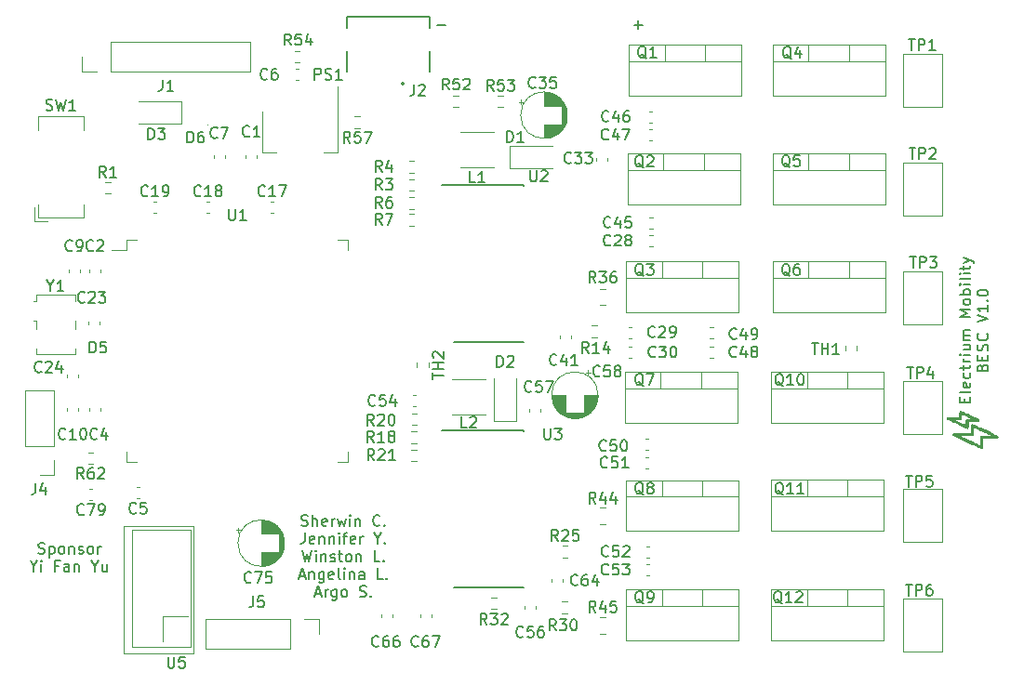
<source format=gbr>
%TF.GenerationSoftware,KiCad,Pcbnew,(6.0.10)*%
%TF.CreationDate,2023-01-28T14:49:13-05:00*%
%TF.ProjectId,electrium-esc,656c6563-7472-4697-956d-2d6573632e6b,rev?*%
%TF.SameCoordinates,Original*%
%TF.FileFunction,Legend,Top*%
%TF.FilePolarity,Positive*%
%FSLAX46Y46*%
G04 Gerber Fmt 4.6, Leading zero omitted, Abs format (unit mm)*
G04 Created by KiCad (PCBNEW (6.0.10)) date 2023-01-28 14:49:13*
%MOMM*%
%LPD*%
G01*
G04 APERTURE LIST*
%ADD10C,0.150000*%
%ADD11C,0.120000*%
%ADD12C,0.100000*%
%ADD13C,0.127000*%
%ADD14C,0.200000*%
G04 APERTURE END LIST*
D10*
X190182371Y-80918819D02*
X190182371Y-80585485D01*
X190706180Y-80442628D02*
X190706180Y-80918819D01*
X189706180Y-80918819D01*
X189706180Y-80442628D01*
X190706180Y-79871200D02*
X190658561Y-79966438D01*
X190563323Y-80014057D01*
X189706180Y-80014057D01*
X190658561Y-79109295D02*
X190706180Y-79204533D01*
X190706180Y-79395009D01*
X190658561Y-79490247D01*
X190563323Y-79537866D01*
X190182371Y-79537866D01*
X190087133Y-79490247D01*
X190039514Y-79395009D01*
X190039514Y-79204533D01*
X190087133Y-79109295D01*
X190182371Y-79061676D01*
X190277609Y-79061676D01*
X190372847Y-79537866D01*
X190658561Y-78204533D02*
X190706180Y-78299771D01*
X190706180Y-78490247D01*
X190658561Y-78585485D01*
X190610942Y-78633104D01*
X190515704Y-78680723D01*
X190229990Y-78680723D01*
X190134752Y-78633104D01*
X190087133Y-78585485D01*
X190039514Y-78490247D01*
X190039514Y-78299771D01*
X190087133Y-78204533D01*
X190039514Y-77918819D02*
X190039514Y-77537866D01*
X189706180Y-77775961D02*
X190563323Y-77775961D01*
X190658561Y-77728342D01*
X190706180Y-77633104D01*
X190706180Y-77537866D01*
X190706180Y-77204533D02*
X190039514Y-77204533D01*
X190229990Y-77204533D02*
X190134752Y-77156914D01*
X190087133Y-77109295D01*
X190039514Y-77014057D01*
X190039514Y-76918819D01*
X190706180Y-76585485D02*
X190039514Y-76585485D01*
X189706180Y-76585485D02*
X189753800Y-76633104D01*
X189801419Y-76585485D01*
X189753800Y-76537866D01*
X189706180Y-76585485D01*
X189801419Y-76585485D01*
X190039514Y-75680723D02*
X190706180Y-75680723D01*
X190039514Y-76109295D02*
X190563323Y-76109295D01*
X190658561Y-76061676D01*
X190706180Y-75966438D01*
X190706180Y-75823580D01*
X190658561Y-75728342D01*
X190610942Y-75680723D01*
X190706180Y-75204533D02*
X190039514Y-75204533D01*
X190134752Y-75204533D02*
X190087133Y-75156914D01*
X190039514Y-75061676D01*
X190039514Y-74918819D01*
X190087133Y-74823580D01*
X190182371Y-74775961D01*
X190706180Y-74775961D01*
X190182371Y-74775961D02*
X190087133Y-74728342D01*
X190039514Y-74633104D01*
X190039514Y-74490247D01*
X190087133Y-74395009D01*
X190182371Y-74347390D01*
X190706180Y-74347390D01*
X190706180Y-73109295D02*
X189706180Y-73109295D01*
X190420466Y-72775961D01*
X189706180Y-72442628D01*
X190706180Y-72442628D01*
X190706180Y-71823580D02*
X190658561Y-71918819D01*
X190610942Y-71966438D01*
X190515704Y-72014057D01*
X190229990Y-72014057D01*
X190134752Y-71966438D01*
X190087133Y-71918819D01*
X190039514Y-71823580D01*
X190039514Y-71680723D01*
X190087133Y-71585485D01*
X190134752Y-71537866D01*
X190229990Y-71490247D01*
X190515704Y-71490247D01*
X190610942Y-71537866D01*
X190658561Y-71585485D01*
X190706180Y-71680723D01*
X190706180Y-71823580D01*
X190706180Y-71061676D02*
X189706180Y-71061676D01*
X190087133Y-71061676D02*
X190039514Y-70966438D01*
X190039514Y-70775961D01*
X190087133Y-70680723D01*
X190134752Y-70633104D01*
X190229990Y-70585485D01*
X190515704Y-70585485D01*
X190610942Y-70633104D01*
X190658561Y-70680723D01*
X190706180Y-70775961D01*
X190706180Y-70966438D01*
X190658561Y-71061676D01*
X190706180Y-70156914D02*
X190039514Y-70156914D01*
X189706180Y-70156914D02*
X189753800Y-70204533D01*
X189801419Y-70156914D01*
X189753800Y-70109295D01*
X189706180Y-70156914D01*
X189801419Y-70156914D01*
X190706180Y-69537866D02*
X190658561Y-69633104D01*
X190563323Y-69680723D01*
X189706180Y-69680723D01*
X190706180Y-69156914D02*
X190039514Y-69156914D01*
X189706180Y-69156914D02*
X189753800Y-69204533D01*
X189801419Y-69156914D01*
X189753800Y-69109295D01*
X189706180Y-69156914D01*
X189801419Y-69156914D01*
X190039514Y-68823580D02*
X190039514Y-68442628D01*
X189706180Y-68680723D02*
X190563323Y-68680723D01*
X190658561Y-68633104D01*
X190706180Y-68537866D01*
X190706180Y-68442628D01*
X190039514Y-68204533D02*
X190706180Y-67966438D01*
X190039514Y-67728342D02*
X190706180Y-67966438D01*
X190944276Y-68061676D01*
X190991895Y-68109295D01*
X191039514Y-68204533D01*
X191792371Y-77728342D02*
X191839990Y-77585485D01*
X191887609Y-77537866D01*
X191982847Y-77490247D01*
X192125704Y-77490247D01*
X192220942Y-77537866D01*
X192268561Y-77585485D01*
X192316180Y-77680723D01*
X192316180Y-78061676D01*
X191316180Y-78061676D01*
X191316180Y-77728342D01*
X191363800Y-77633104D01*
X191411419Y-77585485D01*
X191506657Y-77537866D01*
X191601895Y-77537866D01*
X191697133Y-77585485D01*
X191744752Y-77633104D01*
X191792371Y-77728342D01*
X191792371Y-78061676D01*
X191792371Y-77061676D02*
X191792371Y-76728342D01*
X192316180Y-76585485D02*
X192316180Y-77061676D01*
X191316180Y-77061676D01*
X191316180Y-76585485D01*
X192268561Y-76204533D02*
X192316180Y-76061676D01*
X192316180Y-75823580D01*
X192268561Y-75728342D01*
X192220942Y-75680723D01*
X192125704Y-75633104D01*
X192030466Y-75633104D01*
X191935228Y-75680723D01*
X191887609Y-75728342D01*
X191839990Y-75823580D01*
X191792371Y-76014057D01*
X191744752Y-76109295D01*
X191697133Y-76156914D01*
X191601895Y-76204533D01*
X191506657Y-76204533D01*
X191411419Y-76156914D01*
X191363800Y-76109295D01*
X191316180Y-76014057D01*
X191316180Y-75775961D01*
X191363800Y-75633104D01*
X192220942Y-74633104D02*
X192268561Y-74680723D01*
X192316180Y-74823580D01*
X192316180Y-74918819D01*
X192268561Y-75061676D01*
X192173323Y-75156914D01*
X192078085Y-75204533D01*
X191887609Y-75252152D01*
X191744752Y-75252152D01*
X191554276Y-75204533D01*
X191459038Y-75156914D01*
X191363800Y-75061676D01*
X191316180Y-74918819D01*
X191316180Y-74823580D01*
X191363800Y-74680723D01*
X191411419Y-74633104D01*
X191316180Y-73585485D02*
X192316180Y-73252152D01*
X191316180Y-72918819D01*
X192316180Y-72061676D02*
X192316180Y-72633104D01*
X192316180Y-72347390D02*
X191316180Y-72347390D01*
X191459038Y-72442628D01*
X191554276Y-72537866D01*
X191601895Y-72633104D01*
X192220942Y-71633104D02*
X192268561Y-71585485D01*
X192316180Y-71633104D01*
X192268561Y-71680723D01*
X192220942Y-71633104D01*
X192316180Y-71633104D01*
X191316180Y-70966438D02*
X191316180Y-70871200D01*
X191363800Y-70775961D01*
X191411419Y-70728342D01*
X191506657Y-70680723D01*
X191697133Y-70633104D01*
X191935228Y-70633104D01*
X192125704Y-70680723D01*
X192220942Y-70728342D01*
X192268561Y-70775961D01*
X192316180Y-70871200D01*
X192316180Y-70966438D01*
X192268561Y-71061676D01*
X192220942Y-71109295D01*
X192125704Y-71156914D01*
X191935228Y-71204533D01*
X191697133Y-71204533D01*
X191506657Y-71156914D01*
X191411419Y-71109295D01*
X191363800Y-71061676D01*
X191316180Y-70966438D01*
X105851676Y-94646561D02*
X105994533Y-94694180D01*
X106232628Y-94694180D01*
X106327866Y-94646561D01*
X106375485Y-94598942D01*
X106423104Y-94503704D01*
X106423104Y-94408466D01*
X106375485Y-94313228D01*
X106327866Y-94265609D01*
X106232628Y-94217990D01*
X106042152Y-94170371D01*
X105946914Y-94122752D01*
X105899295Y-94075133D01*
X105851676Y-93979895D01*
X105851676Y-93884657D01*
X105899295Y-93789419D01*
X105946914Y-93741800D01*
X106042152Y-93694180D01*
X106280247Y-93694180D01*
X106423104Y-93741800D01*
X106851676Y-94027514D02*
X106851676Y-95027514D01*
X106851676Y-94075133D02*
X106946914Y-94027514D01*
X107137390Y-94027514D01*
X107232628Y-94075133D01*
X107280247Y-94122752D01*
X107327866Y-94217990D01*
X107327866Y-94503704D01*
X107280247Y-94598942D01*
X107232628Y-94646561D01*
X107137390Y-94694180D01*
X106946914Y-94694180D01*
X106851676Y-94646561D01*
X107899295Y-94694180D02*
X107804057Y-94646561D01*
X107756438Y-94598942D01*
X107708819Y-94503704D01*
X107708819Y-94217990D01*
X107756438Y-94122752D01*
X107804057Y-94075133D01*
X107899295Y-94027514D01*
X108042152Y-94027514D01*
X108137390Y-94075133D01*
X108185009Y-94122752D01*
X108232628Y-94217990D01*
X108232628Y-94503704D01*
X108185009Y-94598942D01*
X108137390Y-94646561D01*
X108042152Y-94694180D01*
X107899295Y-94694180D01*
X108661200Y-94027514D02*
X108661200Y-94694180D01*
X108661200Y-94122752D02*
X108708819Y-94075133D01*
X108804057Y-94027514D01*
X108946914Y-94027514D01*
X109042152Y-94075133D01*
X109089771Y-94170371D01*
X109089771Y-94694180D01*
X109518342Y-94646561D02*
X109613580Y-94694180D01*
X109804057Y-94694180D01*
X109899295Y-94646561D01*
X109946914Y-94551323D01*
X109946914Y-94503704D01*
X109899295Y-94408466D01*
X109804057Y-94360847D01*
X109661200Y-94360847D01*
X109565961Y-94313228D01*
X109518342Y-94217990D01*
X109518342Y-94170371D01*
X109565961Y-94075133D01*
X109661200Y-94027514D01*
X109804057Y-94027514D01*
X109899295Y-94075133D01*
X110518342Y-94694180D02*
X110423104Y-94646561D01*
X110375485Y-94598942D01*
X110327866Y-94503704D01*
X110327866Y-94217990D01*
X110375485Y-94122752D01*
X110423104Y-94075133D01*
X110518342Y-94027514D01*
X110661200Y-94027514D01*
X110756438Y-94075133D01*
X110804057Y-94122752D01*
X110851676Y-94217990D01*
X110851676Y-94503704D01*
X110804057Y-94598942D01*
X110756438Y-94646561D01*
X110661200Y-94694180D01*
X110518342Y-94694180D01*
X111280247Y-94694180D02*
X111280247Y-94027514D01*
X111280247Y-94217990D02*
X111327866Y-94122752D01*
X111375485Y-94075133D01*
X111470723Y-94027514D01*
X111565961Y-94027514D01*
X105446914Y-95827990D02*
X105446914Y-96304180D01*
X105113580Y-95304180D02*
X105446914Y-95827990D01*
X105780247Y-95304180D01*
X106113580Y-96304180D02*
X106113580Y-95637514D01*
X106113580Y-95304180D02*
X106065961Y-95351800D01*
X106113580Y-95399419D01*
X106161200Y-95351800D01*
X106113580Y-95304180D01*
X106113580Y-95399419D01*
X107685009Y-95780371D02*
X107351676Y-95780371D01*
X107351676Y-96304180D02*
X107351676Y-95304180D01*
X107827866Y-95304180D01*
X108637390Y-96304180D02*
X108637390Y-95780371D01*
X108589771Y-95685133D01*
X108494533Y-95637514D01*
X108304057Y-95637514D01*
X108208819Y-95685133D01*
X108637390Y-96256561D02*
X108542152Y-96304180D01*
X108304057Y-96304180D01*
X108208819Y-96256561D01*
X108161200Y-96161323D01*
X108161200Y-96066085D01*
X108208819Y-95970847D01*
X108304057Y-95923228D01*
X108542152Y-95923228D01*
X108637390Y-95875609D01*
X109113580Y-95637514D02*
X109113580Y-96304180D01*
X109113580Y-95732752D02*
X109161200Y-95685133D01*
X109256438Y-95637514D01*
X109399295Y-95637514D01*
X109494533Y-95685133D01*
X109542152Y-95780371D01*
X109542152Y-96304180D01*
X110970723Y-95827990D02*
X110970723Y-96304180D01*
X110637390Y-95304180D02*
X110970723Y-95827990D01*
X111304057Y-95304180D01*
X112065961Y-95637514D02*
X112065961Y-96304180D01*
X111637390Y-95637514D02*
X111637390Y-96161323D01*
X111685009Y-96256561D01*
X111780247Y-96304180D01*
X111923104Y-96304180D01*
X112018342Y-96256561D01*
X112065961Y-96208942D01*
X129794476Y-92129961D02*
X129937333Y-92177580D01*
X130175428Y-92177580D01*
X130270666Y-92129961D01*
X130318285Y-92082342D01*
X130365904Y-91987104D01*
X130365904Y-91891866D01*
X130318285Y-91796628D01*
X130270666Y-91749009D01*
X130175428Y-91701390D01*
X129984952Y-91653771D01*
X129889714Y-91606152D01*
X129842095Y-91558533D01*
X129794476Y-91463295D01*
X129794476Y-91368057D01*
X129842095Y-91272819D01*
X129889714Y-91225200D01*
X129984952Y-91177580D01*
X130223047Y-91177580D01*
X130365904Y-91225200D01*
X130794476Y-92177580D02*
X130794476Y-91177580D01*
X131223047Y-92177580D02*
X131223047Y-91653771D01*
X131175428Y-91558533D01*
X131080190Y-91510914D01*
X130937333Y-91510914D01*
X130842095Y-91558533D01*
X130794476Y-91606152D01*
X132080190Y-92129961D02*
X131984952Y-92177580D01*
X131794476Y-92177580D01*
X131699238Y-92129961D01*
X131651619Y-92034723D01*
X131651619Y-91653771D01*
X131699238Y-91558533D01*
X131794476Y-91510914D01*
X131984952Y-91510914D01*
X132080190Y-91558533D01*
X132127809Y-91653771D01*
X132127809Y-91749009D01*
X131651619Y-91844247D01*
X132556380Y-92177580D02*
X132556380Y-91510914D01*
X132556380Y-91701390D02*
X132604000Y-91606152D01*
X132651619Y-91558533D01*
X132746857Y-91510914D01*
X132842095Y-91510914D01*
X133080190Y-91510914D02*
X133270666Y-92177580D01*
X133461142Y-91701390D01*
X133651619Y-92177580D01*
X133842095Y-91510914D01*
X134223047Y-92177580D02*
X134223047Y-91510914D01*
X134223047Y-91177580D02*
X134175428Y-91225200D01*
X134223047Y-91272819D01*
X134270666Y-91225200D01*
X134223047Y-91177580D01*
X134223047Y-91272819D01*
X134699238Y-91510914D02*
X134699238Y-92177580D01*
X134699238Y-91606152D02*
X134746857Y-91558533D01*
X134842095Y-91510914D01*
X134984952Y-91510914D01*
X135080190Y-91558533D01*
X135127809Y-91653771D01*
X135127809Y-92177580D01*
X136937333Y-92082342D02*
X136889714Y-92129961D01*
X136746857Y-92177580D01*
X136651619Y-92177580D01*
X136508761Y-92129961D01*
X136413523Y-92034723D01*
X136365904Y-91939485D01*
X136318285Y-91749009D01*
X136318285Y-91606152D01*
X136365904Y-91415676D01*
X136413523Y-91320438D01*
X136508761Y-91225200D01*
X136651619Y-91177580D01*
X136746857Y-91177580D01*
X136889714Y-91225200D01*
X136937333Y-91272819D01*
X137365904Y-92082342D02*
X137413523Y-92129961D01*
X137365904Y-92177580D01*
X137318285Y-92129961D01*
X137365904Y-92082342D01*
X137365904Y-92177580D01*
X130104000Y-92787580D02*
X130104000Y-93501866D01*
X130056380Y-93644723D01*
X129961142Y-93739961D01*
X129818285Y-93787580D01*
X129723047Y-93787580D01*
X130961142Y-93739961D02*
X130865904Y-93787580D01*
X130675428Y-93787580D01*
X130580190Y-93739961D01*
X130532571Y-93644723D01*
X130532571Y-93263771D01*
X130580190Y-93168533D01*
X130675428Y-93120914D01*
X130865904Y-93120914D01*
X130961142Y-93168533D01*
X131008761Y-93263771D01*
X131008761Y-93359009D01*
X130532571Y-93454247D01*
X131437333Y-93120914D02*
X131437333Y-93787580D01*
X131437333Y-93216152D02*
X131484952Y-93168533D01*
X131580190Y-93120914D01*
X131723047Y-93120914D01*
X131818285Y-93168533D01*
X131865904Y-93263771D01*
X131865904Y-93787580D01*
X132342095Y-93120914D02*
X132342095Y-93787580D01*
X132342095Y-93216152D02*
X132389714Y-93168533D01*
X132484952Y-93120914D01*
X132627809Y-93120914D01*
X132723047Y-93168533D01*
X132770666Y-93263771D01*
X132770666Y-93787580D01*
X133246857Y-93787580D02*
X133246857Y-93120914D01*
X133246857Y-92787580D02*
X133199238Y-92835200D01*
X133246857Y-92882819D01*
X133294476Y-92835200D01*
X133246857Y-92787580D01*
X133246857Y-92882819D01*
X133580190Y-93120914D02*
X133961142Y-93120914D01*
X133723047Y-93787580D02*
X133723047Y-92930438D01*
X133770666Y-92835200D01*
X133865904Y-92787580D01*
X133961142Y-92787580D01*
X134675428Y-93739961D02*
X134580190Y-93787580D01*
X134389714Y-93787580D01*
X134294476Y-93739961D01*
X134246857Y-93644723D01*
X134246857Y-93263771D01*
X134294476Y-93168533D01*
X134389714Y-93120914D01*
X134580190Y-93120914D01*
X134675428Y-93168533D01*
X134723047Y-93263771D01*
X134723047Y-93359009D01*
X134246857Y-93454247D01*
X135151619Y-93787580D02*
X135151619Y-93120914D01*
X135151619Y-93311390D02*
X135199238Y-93216152D01*
X135246857Y-93168533D01*
X135342095Y-93120914D01*
X135437333Y-93120914D01*
X136723047Y-93311390D02*
X136723047Y-93787580D01*
X136389714Y-92787580D02*
X136723047Y-93311390D01*
X137056380Y-92787580D01*
X137389714Y-93692342D02*
X137437333Y-93739961D01*
X137389714Y-93787580D01*
X137342095Y-93739961D01*
X137389714Y-93692342D01*
X137389714Y-93787580D01*
X129865904Y-94397580D02*
X130104000Y-95397580D01*
X130294476Y-94683295D01*
X130484952Y-95397580D01*
X130723047Y-94397580D01*
X131104000Y-95397580D02*
X131104000Y-94730914D01*
X131104000Y-94397580D02*
X131056380Y-94445200D01*
X131104000Y-94492819D01*
X131151619Y-94445200D01*
X131104000Y-94397580D01*
X131104000Y-94492819D01*
X131580190Y-94730914D02*
X131580190Y-95397580D01*
X131580190Y-94826152D02*
X131627809Y-94778533D01*
X131723047Y-94730914D01*
X131865904Y-94730914D01*
X131961142Y-94778533D01*
X132008761Y-94873771D01*
X132008761Y-95397580D01*
X132437333Y-95349961D02*
X132532571Y-95397580D01*
X132723047Y-95397580D01*
X132818285Y-95349961D01*
X132865904Y-95254723D01*
X132865904Y-95207104D01*
X132818285Y-95111866D01*
X132723047Y-95064247D01*
X132580190Y-95064247D01*
X132484952Y-95016628D01*
X132437333Y-94921390D01*
X132437333Y-94873771D01*
X132484952Y-94778533D01*
X132580190Y-94730914D01*
X132723047Y-94730914D01*
X132818285Y-94778533D01*
X133151619Y-94730914D02*
X133532571Y-94730914D01*
X133294476Y-94397580D02*
X133294476Y-95254723D01*
X133342095Y-95349961D01*
X133437333Y-95397580D01*
X133532571Y-95397580D01*
X134008761Y-95397580D02*
X133913523Y-95349961D01*
X133865904Y-95302342D01*
X133818285Y-95207104D01*
X133818285Y-94921390D01*
X133865904Y-94826152D01*
X133913523Y-94778533D01*
X134008761Y-94730914D01*
X134151619Y-94730914D01*
X134246857Y-94778533D01*
X134294476Y-94826152D01*
X134342095Y-94921390D01*
X134342095Y-95207104D01*
X134294476Y-95302342D01*
X134246857Y-95349961D01*
X134151619Y-95397580D01*
X134008761Y-95397580D01*
X134770666Y-94730914D02*
X134770666Y-95397580D01*
X134770666Y-94826152D02*
X134818285Y-94778533D01*
X134913523Y-94730914D01*
X135056380Y-94730914D01*
X135151619Y-94778533D01*
X135199238Y-94873771D01*
X135199238Y-95397580D01*
X136913523Y-95397580D02*
X136437333Y-95397580D01*
X136437333Y-94397580D01*
X137246857Y-95302342D02*
X137294476Y-95349961D01*
X137246857Y-95397580D01*
X137199238Y-95349961D01*
X137246857Y-95302342D01*
X137246857Y-95397580D01*
X129604000Y-96721866D02*
X130080190Y-96721866D01*
X129508761Y-97007580D02*
X129842095Y-96007580D01*
X130175428Y-97007580D01*
X130508761Y-96340914D02*
X130508761Y-97007580D01*
X130508761Y-96436152D02*
X130556380Y-96388533D01*
X130651619Y-96340914D01*
X130794476Y-96340914D01*
X130889714Y-96388533D01*
X130937333Y-96483771D01*
X130937333Y-97007580D01*
X131842095Y-96340914D02*
X131842095Y-97150438D01*
X131794476Y-97245676D01*
X131746857Y-97293295D01*
X131651619Y-97340914D01*
X131508761Y-97340914D01*
X131413523Y-97293295D01*
X131842095Y-96959961D02*
X131746857Y-97007580D01*
X131556380Y-97007580D01*
X131461142Y-96959961D01*
X131413523Y-96912342D01*
X131365904Y-96817104D01*
X131365904Y-96531390D01*
X131413523Y-96436152D01*
X131461142Y-96388533D01*
X131556380Y-96340914D01*
X131746857Y-96340914D01*
X131842095Y-96388533D01*
X132699238Y-96959961D02*
X132604000Y-97007580D01*
X132413523Y-97007580D01*
X132318285Y-96959961D01*
X132270666Y-96864723D01*
X132270666Y-96483771D01*
X132318285Y-96388533D01*
X132413523Y-96340914D01*
X132604000Y-96340914D01*
X132699238Y-96388533D01*
X132746857Y-96483771D01*
X132746857Y-96579009D01*
X132270666Y-96674247D01*
X133318285Y-97007580D02*
X133223047Y-96959961D01*
X133175428Y-96864723D01*
X133175428Y-96007580D01*
X133699238Y-97007580D02*
X133699238Y-96340914D01*
X133699238Y-96007580D02*
X133651619Y-96055200D01*
X133699238Y-96102819D01*
X133746857Y-96055200D01*
X133699238Y-96007580D01*
X133699238Y-96102819D01*
X134175428Y-96340914D02*
X134175428Y-97007580D01*
X134175428Y-96436152D02*
X134223047Y-96388533D01*
X134318285Y-96340914D01*
X134461142Y-96340914D01*
X134556380Y-96388533D01*
X134604000Y-96483771D01*
X134604000Y-97007580D01*
X135508761Y-97007580D02*
X135508761Y-96483771D01*
X135461142Y-96388533D01*
X135365904Y-96340914D01*
X135175428Y-96340914D01*
X135080190Y-96388533D01*
X135508761Y-96959961D02*
X135413523Y-97007580D01*
X135175428Y-97007580D01*
X135080190Y-96959961D01*
X135032571Y-96864723D01*
X135032571Y-96769485D01*
X135080190Y-96674247D01*
X135175428Y-96626628D01*
X135413523Y-96626628D01*
X135508761Y-96579009D01*
X137223047Y-97007580D02*
X136746857Y-97007580D01*
X136746857Y-96007580D01*
X137556380Y-96912342D02*
X137604000Y-96959961D01*
X137556380Y-97007580D01*
X137508761Y-96959961D01*
X137556380Y-96912342D01*
X137556380Y-97007580D01*
X131056380Y-98331866D02*
X131532571Y-98331866D01*
X130961142Y-98617580D02*
X131294476Y-97617580D01*
X131627809Y-98617580D01*
X131961142Y-98617580D02*
X131961142Y-97950914D01*
X131961142Y-98141390D02*
X132008761Y-98046152D01*
X132056380Y-97998533D01*
X132151619Y-97950914D01*
X132246857Y-97950914D01*
X133008761Y-97950914D02*
X133008761Y-98760438D01*
X132961142Y-98855676D01*
X132913523Y-98903295D01*
X132818285Y-98950914D01*
X132675428Y-98950914D01*
X132580190Y-98903295D01*
X133008761Y-98569961D02*
X132913523Y-98617580D01*
X132723047Y-98617580D01*
X132627809Y-98569961D01*
X132580190Y-98522342D01*
X132532571Y-98427104D01*
X132532571Y-98141390D01*
X132580190Y-98046152D01*
X132627809Y-97998533D01*
X132723047Y-97950914D01*
X132913523Y-97950914D01*
X133008761Y-97998533D01*
X133627809Y-98617580D02*
X133532571Y-98569961D01*
X133484952Y-98522342D01*
X133437333Y-98427104D01*
X133437333Y-98141390D01*
X133484952Y-98046152D01*
X133532571Y-97998533D01*
X133627809Y-97950914D01*
X133770666Y-97950914D01*
X133865904Y-97998533D01*
X133913523Y-98046152D01*
X133961142Y-98141390D01*
X133961142Y-98427104D01*
X133913523Y-98522342D01*
X133865904Y-98569961D01*
X133770666Y-98617580D01*
X133627809Y-98617580D01*
X135104000Y-98569961D02*
X135246857Y-98617580D01*
X135484952Y-98617580D01*
X135580190Y-98569961D01*
X135627809Y-98522342D01*
X135675428Y-98427104D01*
X135675428Y-98331866D01*
X135627809Y-98236628D01*
X135580190Y-98189009D01*
X135484952Y-98141390D01*
X135294476Y-98093771D01*
X135199238Y-98046152D01*
X135151619Y-97998533D01*
X135104000Y-97903295D01*
X135104000Y-97808057D01*
X135151619Y-97712819D01*
X135199238Y-97665200D01*
X135294476Y-97617580D01*
X135532571Y-97617580D01*
X135675428Y-97665200D01*
X136104000Y-98522342D02*
X136151619Y-98569961D01*
X136104000Y-98617580D01*
X136056380Y-98569961D01*
X136104000Y-98522342D01*
X136104000Y-98617580D01*
X142163847Y-46502628D02*
X142925752Y-46502628D01*
X160096247Y-46502628D02*
X160858152Y-46502628D01*
X160477200Y-46883580D02*
X160477200Y-46121676D01*
%TO.C,U5*%
X117648095Y-104089380D02*
X117648095Y-104898904D01*
X117695714Y-104994142D01*
X117743333Y-105041761D01*
X117838571Y-105089380D01*
X118029047Y-105089380D01*
X118124285Y-105041761D01*
X118171904Y-104994142D01*
X118219523Y-104898904D01*
X118219523Y-104089380D01*
X119171904Y-104089380D02*
X118695714Y-104089380D01*
X118648095Y-104565571D01*
X118695714Y-104517952D01*
X118790952Y-104470333D01*
X119029047Y-104470333D01*
X119124285Y-104517952D01*
X119171904Y-104565571D01*
X119219523Y-104660809D01*
X119219523Y-104898904D01*
X119171904Y-104994142D01*
X119124285Y-105041761D01*
X119029047Y-105089380D01*
X118790952Y-105089380D01*
X118695714Y-105041761D01*
X118648095Y-104994142D01*
%TO.C,TP1*%
X185072495Y-47813980D02*
X185643923Y-47813980D01*
X185358209Y-48813980D02*
X185358209Y-47813980D01*
X185977257Y-48813980D02*
X185977257Y-47813980D01*
X186358209Y-47813980D01*
X186453447Y-47861600D01*
X186501066Y-47909219D01*
X186548685Y-48004457D01*
X186548685Y-48147314D01*
X186501066Y-48242552D01*
X186453447Y-48290171D01*
X186358209Y-48337790D01*
X185977257Y-48337790D01*
X187501066Y-48813980D02*
X186929638Y-48813980D01*
X187215352Y-48813980D02*
X187215352Y-47813980D01*
X187120114Y-47956838D01*
X187024876Y-48052076D01*
X186929638Y-48099695D01*
%TO.C,TP3*%
X185174095Y-67625980D02*
X185745523Y-67625980D01*
X185459809Y-68625980D02*
X185459809Y-67625980D01*
X186078857Y-68625980D02*
X186078857Y-67625980D01*
X186459809Y-67625980D01*
X186555047Y-67673600D01*
X186602666Y-67721219D01*
X186650285Y-67816457D01*
X186650285Y-67959314D01*
X186602666Y-68054552D01*
X186555047Y-68102171D01*
X186459809Y-68149790D01*
X186078857Y-68149790D01*
X186983619Y-67625980D02*
X187602666Y-67625980D01*
X187269333Y-68006933D01*
X187412190Y-68006933D01*
X187507428Y-68054552D01*
X187555047Y-68102171D01*
X187602666Y-68197409D01*
X187602666Y-68435504D01*
X187555047Y-68530742D01*
X187507428Y-68578361D01*
X187412190Y-68625980D01*
X187126476Y-68625980D01*
X187031238Y-68578361D01*
X186983619Y-68530742D01*
%TO.C,D5*%
X110513904Y-76371380D02*
X110513904Y-75371380D01*
X110752000Y-75371380D01*
X110894857Y-75419000D01*
X110990095Y-75514238D01*
X111037714Y-75609476D01*
X111085333Y-75799952D01*
X111085333Y-75942809D01*
X111037714Y-76133285D01*
X110990095Y-76228523D01*
X110894857Y-76323761D01*
X110752000Y-76371380D01*
X110513904Y-76371380D01*
X111990095Y-75371380D02*
X111513904Y-75371380D01*
X111466285Y-75847571D01*
X111513904Y-75799952D01*
X111609142Y-75752333D01*
X111847238Y-75752333D01*
X111942476Y-75799952D01*
X111990095Y-75847571D01*
X112037714Y-75942809D01*
X112037714Y-76180904D01*
X111990095Y-76276142D01*
X111942476Y-76323761D01*
X111847238Y-76371380D01*
X111609142Y-76371380D01*
X111513904Y-76323761D01*
X111466285Y-76276142D01*
%TO.C,D6*%
X119403904Y-57248380D02*
X119403904Y-56248380D01*
X119642000Y-56248380D01*
X119784857Y-56296000D01*
X119880095Y-56391238D01*
X119927714Y-56486476D01*
X119975333Y-56676952D01*
X119975333Y-56819809D01*
X119927714Y-57010285D01*
X119880095Y-57105523D01*
X119784857Y-57200761D01*
X119642000Y-57248380D01*
X119403904Y-57248380D01*
X120832476Y-56248380D02*
X120642000Y-56248380D01*
X120546761Y-56296000D01*
X120499142Y-56343619D01*
X120403904Y-56486476D01*
X120356285Y-56676952D01*
X120356285Y-57057904D01*
X120403904Y-57153142D01*
X120451523Y-57200761D01*
X120546761Y-57248380D01*
X120737238Y-57248380D01*
X120832476Y-57200761D01*
X120880095Y-57153142D01*
X120927714Y-57057904D01*
X120927714Y-56819809D01*
X120880095Y-56724571D01*
X120832476Y-56676952D01*
X120737238Y-56629333D01*
X120546761Y-56629333D01*
X120451523Y-56676952D01*
X120403904Y-56724571D01*
X120356285Y-56819809D01*
%TO.C,C9*%
X108926333Y-67032142D02*
X108878714Y-67079761D01*
X108735857Y-67127380D01*
X108640619Y-67127380D01*
X108497761Y-67079761D01*
X108402523Y-66984523D01*
X108354904Y-66889285D01*
X108307285Y-66698809D01*
X108307285Y-66555952D01*
X108354904Y-66365476D01*
X108402523Y-66270238D01*
X108497761Y-66175000D01*
X108640619Y-66127380D01*
X108735857Y-66127380D01*
X108878714Y-66175000D01*
X108926333Y-66222619D01*
X109402523Y-67127380D02*
X109593000Y-67127380D01*
X109688238Y-67079761D01*
X109735857Y-67032142D01*
X109831095Y-66889285D01*
X109878714Y-66698809D01*
X109878714Y-66317857D01*
X109831095Y-66222619D01*
X109783476Y-66175000D01*
X109688238Y-66127380D01*
X109497761Y-66127380D01*
X109402523Y-66175000D01*
X109354904Y-66222619D01*
X109307285Y-66317857D01*
X109307285Y-66555952D01*
X109354904Y-66651190D01*
X109402523Y-66698809D01*
X109497761Y-66746428D01*
X109688238Y-66746428D01*
X109783476Y-66698809D01*
X109831095Y-66651190D01*
X109878714Y-66555952D01*
%TO.C,C28*%
X157941742Y-66549542D02*
X157894123Y-66597161D01*
X157751266Y-66644780D01*
X157656028Y-66644780D01*
X157513171Y-66597161D01*
X157417933Y-66501923D01*
X157370314Y-66406685D01*
X157322695Y-66216209D01*
X157322695Y-66073352D01*
X157370314Y-65882876D01*
X157417933Y-65787638D01*
X157513171Y-65692400D01*
X157656028Y-65644780D01*
X157751266Y-65644780D01*
X157894123Y-65692400D01*
X157941742Y-65740019D01*
X158322695Y-65740019D02*
X158370314Y-65692400D01*
X158465552Y-65644780D01*
X158703647Y-65644780D01*
X158798885Y-65692400D01*
X158846504Y-65740019D01*
X158894123Y-65835257D01*
X158894123Y-65930495D01*
X158846504Y-66073352D01*
X158275076Y-66644780D01*
X158894123Y-66644780D01*
X159465552Y-66073352D02*
X159370314Y-66025733D01*
X159322695Y-65978114D01*
X159275076Y-65882876D01*
X159275076Y-65835257D01*
X159322695Y-65740019D01*
X159370314Y-65692400D01*
X159465552Y-65644780D01*
X159656028Y-65644780D01*
X159751266Y-65692400D01*
X159798885Y-65740019D01*
X159846504Y-65835257D01*
X159846504Y-65882876D01*
X159798885Y-65978114D01*
X159751266Y-66025733D01*
X159656028Y-66073352D01*
X159465552Y-66073352D01*
X159370314Y-66120971D01*
X159322695Y-66168590D01*
X159275076Y-66263828D01*
X159275076Y-66454304D01*
X159322695Y-66549542D01*
X159370314Y-66597161D01*
X159465552Y-66644780D01*
X159656028Y-66644780D01*
X159751266Y-66597161D01*
X159798885Y-66549542D01*
X159846504Y-66454304D01*
X159846504Y-66263828D01*
X159798885Y-66168590D01*
X159751266Y-66120971D01*
X159656028Y-66073352D01*
%TO.C,C17*%
X126484142Y-62046142D02*
X126436523Y-62093761D01*
X126293666Y-62141380D01*
X126198428Y-62141380D01*
X126055571Y-62093761D01*
X125960333Y-61998523D01*
X125912714Y-61903285D01*
X125865095Y-61712809D01*
X125865095Y-61569952D01*
X125912714Y-61379476D01*
X125960333Y-61284238D01*
X126055571Y-61189000D01*
X126198428Y-61141380D01*
X126293666Y-61141380D01*
X126436523Y-61189000D01*
X126484142Y-61236619D01*
X127436523Y-62141380D02*
X126865095Y-62141380D01*
X127150809Y-62141380D02*
X127150809Y-61141380D01*
X127055571Y-61284238D01*
X126960333Y-61379476D01*
X126865095Y-61427095D01*
X127769857Y-61141380D02*
X128436523Y-61141380D01*
X128007952Y-62141380D01*
%TO.C,R25*%
X153154142Y-93510380D02*
X152820809Y-93034190D01*
X152582714Y-93510380D02*
X152582714Y-92510380D01*
X152963666Y-92510380D01*
X153058904Y-92558000D01*
X153106523Y-92605619D01*
X153154142Y-92700857D01*
X153154142Y-92843714D01*
X153106523Y-92938952D01*
X153058904Y-92986571D01*
X152963666Y-93034190D01*
X152582714Y-93034190D01*
X153535095Y-92605619D02*
X153582714Y-92558000D01*
X153677952Y-92510380D01*
X153916047Y-92510380D01*
X154011285Y-92558000D01*
X154058904Y-92605619D01*
X154106523Y-92700857D01*
X154106523Y-92796095D01*
X154058904Y-92938952D01*
X153487476Y-93510380D01*
X154106523Y-93510380D01*
X155011285Y-92510380D02*
X154535095Y-92510380D01*
X154487476Y-92986571D01*
X154535095Y-92938952D01*
X154630333Y-92891333D01*
X154868428Y-92891333D01*
X154963666Y-92938952D01*
X155011285Y-92986571D01*
X155058904Y-93081809D01*
X155058904Y-93319904D01*
X155011285Y-93415142D01*
X154963666Y-93462761D01*
X154868428Y-93510380D01*
X154630333Y-93510380D01*
X154535095Y-93462761D01*
X154487476Y-93415142D01*
%TO.C,C54*%
X136517142Y-81129142D02*
X136469523Y-81176761D01*
X136326666Y-81224380D01*
X136231428Y-81224380D01*
X136088571Y-81176761D01*
X135993333Y-81081523D01*
X135945714Y-80986285D01*
X135898095Y-80795809D01*
X135898095Y-80652952D01*
X135945714Y-80462476D01*
X135993333Y-80367238D01*
X136088571Y-80272000D01*
X136231428Y-80224380D01*
X136326666Y-80224380D01*
X136469523Y-80272000D01*
X136517142Y-80319619D01*
X137421904Y-80224380D02*
X136945714Y-80224380D01*
X136898095Y-80700571D01*
X136945714Y-80652952D01*
X137040952Y-80605333D01*
X137279047Y-80605333D01*
X137374285Y-80652952D01*
X137421904Y-80700571D01*
X137469523Y-80795809D01*
X137469523Y-81033904D01*
X137421904Y-81129142D01*
X137374285Y-81176761D01*
X137279047Y-81224380D01*
X137040952Y-81224380D01*
X136945714Y-81176761D01*
X136898095Y-81129142D01*
X138326666Y-80557714D02*
X138326666Y-81224380D01*
X138088571Y-80176761D02*
X137850476Y-80891047D01*
X138469523Y-80891047D01*
%TO.C,C41*%
X153027142Y-77433142D02*
X152979523Y-77480761D01*
X152836666Y-77528380D01*
X152741428Y-77528380D01*
X152598571Y-77480761D01*
X152503333Y-77385523D01*
X152455714Y-77290285D01*
X152408095Y-77099809D01*
X152408095Y-76956952D01*
X152455714Y-76766476D01*
X152503333Y-76671238D01*
X152598571Y-76576000D01*
X152741428Y-76528380D01*
X152836666Y-76528380D01*
X152979523Y-76576000D01*
X153027142Y-76623619D01*
X153884285Y-76861714D02*
X153884285Y-77528380D01*
X153646190Y-76480761D02*
X153408095Y-77195047D01*
X154027142Y-77195047D01*
X154931904Y-77528380D02*
X154360476Y-77528380D01*
X154646190Y-77528380D02*
X154646190Y-76528380D01*
X154550952Y-76671238D01*
X154455714Y-76766476D01*
X154360476Y-76814095D01*
%TO.C,D2*%
X147597904Y-77668380D02*
X147597904Y-76668380D01*
X147836000Y-76668380D01*
X147978857Y-76716000D01*
X148074095Y-76811238D01*
X148121714Y-76906476D01*
X148169333Y-77096952D01*
X148169333Y-77239809D01*
X148121714Y-77430285D01*
X148074095Y-77525523D01*
X147978857Y-77620761D01*
X147836000Y-77668380D01*
X147597904Y-77668380D01*
X148550285Y-76763619D02*
X148597904Y-76716000D01*
X148693142Y-76668380D01*
X148931238Y-76668380D01*
X149026476Y-76716000D01*
X149074095Y-76763619D01*
X149121714Y-76858857D01*
X149121714Y-76954095D01*
X149074095Y-77096952D01*
X148502666Y-77668380D01*
X149121714Y-77668380D01*
%TO.C,C2*%
X110831333Y-67032142D02*
X110783714Y-67079761D01*
X110640857Y-67127380D01*
X110545619Y-67127380D01*
X110402761Y-67079761D01*
X110307523Y-66984523D01*
X110259904Y-66889285D01*
X110212285Y-66698809D01*
X110212285Y-66555952D01*
X110259904Y-66365476D01*
X110307523Y-66270238D01*
X110402761Y-66175000D01*
X110545619Y-66127380D01*
X110640857Y-66127380D01*
X110783714Y-66175000D01*
X110831333Y-66222619D01*
X111212285Y-66222619D02*
X111259904Y-66175000D01*
X111355142Y-66127380D01*
X111593238Y-66127380D01*
X111688476Y-66175000D01*
X111736095Y-66222619D01*
X111783714Y-66317857D01*
X111783714Y-66413095D01*
X111736095Y-66555952D01*
X111164666Y-67127380D01*
X111783714Y-67127380D01*
%TO.C,C66*%
X136821942Y-103074742D02*
X136774323Y-103122361D01*
X136631466Y-103169980D01*
X136536228Y-103169980D01*
X136393371Y-103122361D01*
X136298133Y-103027123D01*
X136250514Y-102931885D01*
X136202895Y-102741409D01*
X136202895Y-102598552D01*
X136250514Y-102408076D01*
X136298133Y-102312838D01*
X136393371Y-102217600D01*
X136536228Y-102169980D01*
X136631466Y-102169980D01*
X136774323Y-102217600D01*
X136821942Y-102265219D01*
X137679085Y-102169980D02*
X137488609Y-102169980D01*
X137393371Y-102217600D01*
X137345752Y-102265219D01*
X137250514Y-102408076D01*
X137202895Y-102598552D01*
X137202895Y-102979504D01*
X137250514Y-103074742D01*
X137298133Y-103122361D01*
X137393371Y-103169980D01*
X137583847Y-103169980D01*
X137679085Y-103122361D01*
X137726704Y-103074742D01*
X137774323Y-102979504D01*
X137774323Y-102741409D01*
X137726704Y-102646171D01*
X137679085Y-102598552D01*
X137583847Y-102550933D01*
X137393371Y-102550933D01*
X137298133Y-102598552D01*
X137250514Y-102646171D01*
X137202895Y-102741409D01*
X138631466Y-102169980D02*
X138440990Y-102169980D01*
X138345752Y-102217600D01*
X138298133Y-102265219D01*
X138202895Y-102408076D01*
X138155276Y-102598552D01*
X138155276Y-102979504D01*
X138202895Y-103074742D01*
X138250514Y-103122361D01*
X138345752Y-103169980D01*
X138536228Y-103169980D01*
X138631466Y-103122361D01*
X138679085Y-103074742D01*
X138726704Y-102979504D01*
X138726704Y-102741409D01*
X138679085Y-102646171D01*
X138631466Y-102598552D01*
X138536228Y-102550933D01*
X138345752Y-102550933D01*
X138250514Y-102598552D01*
X138202895Y-102646171D01*
X138155276Y-102741409D01*
%TO.C,Y1*%
X106965809Y-70283390D02*
X106965809Y-70759580D01*
X106632476Y-69759580D02*
X106965809Y-70283390D01*
X107299142Y-69759580D01*
X108156285Y-70759580D02*
X107584857Y-70759580D01*
X107870571Y-70759580D02*
X107870571Y-69759580D01*
X107775333Y-69902438D01*
X107680095Y-69997676D01*
X107584857Y-70045295D01*
%TO.C,C23*%
X110050342Y-71731142D02*
X110002723Y-71778761D01*
X109859866Y-71826380D01*
X109764628Y-71826380D01*
X109621771Y-71778761D01*
X109526533Y-71683523D01*
X109478914Y-71588285D01*
X109431295Y-71397809D01*
X109431295Y-71254952D01*
X109478914Y-71064476D01*
X109526533Y-70969238D01*
X109621771Y-70874000D01*
X109764628Y-70826380D01*
X109859866Y-70826380D01*
X110002723Y-70874000D01*
X110050342Y-70921619D01*
X110431295Y-70921619D02*
X110478914Y-70874000D01*
X110574152Y-70826380D01*
X110812247Y-70826380D01*
X110907485Y-70874000D01*
X110955104Y-70921619D01*
X111002723Y-71016857D01*
X111002723Y-71112095D01*
X110955104Y-71254952D01*
X110383676Y-71826380D01*
X111002723Y-71826380D01*
X111336057Y-70826380D02*
X111955104Y-70826380D01*
X111621771Y-71207333D01*
X111764628Y-71207333D01*
X111859866Y-71254952D01*
X111907485Y-71302571D01*
X111955104Y-71397809D01*
X111955104Y-71635904D01*
X111907485Y-71731142D01*
X111859866Y-71778761D01*
X111764628Y-71826380D01*
X111478914Y-71826380D01*
X111383676Y-71778761D01*
X111336057Y-71731142D01*
%TO.C,Q4*%
X174402761Y-49620419D02*
X174307523Y-49572800D01*
X174212285Y-49477561D01*
X174069428Y-49334704D01*
X173974190Y-49287085D01*
X173878952Y-49287085D01*
X173926571Y-49525180D02*
X173831333Y-49477561D01*
X173736095Y-49382323D01*
X173688476Y-49191847D01*
X173688476Y-48858514D01*
X173736095Y-48668038D01*
X173831333Y-48572800D01*
X173926571Y-48525180D01*
X174117047Y-48525180D01*
X174212285Y-48572800D01*
X174307523Y-48668038D01*
X174355142Y-48858514D01*
X174355142Y-49191847D01*
X174307523Y-49382323D01*
X174212285Y-49477561D01*
X174117047Y-49525180D01*
X173926571Y-49525180D01*
X175212285Y-48858514D02*
X175212285Y-49525180D01*
X174974190Y-48477561D02*
X174736095Y-49191847D01*
X175355142Y-49191847D01*
%TO.C,R14*%
X155948142Y-76398380D02*
X155614809Y-75922190D01*
X155376714Y-76398380D02*
X155376714Y-75398380D01*
X155757666Y-75398380D01*
X155852904Y-75446000D01*
X155900523Y-75493619D01*
X155948142Y-75588857D01*
X155948142Y-75731714D01*
X155900523Y-75826952D01*
X155852904Y-75874571D01*
X155757666Y-75922190D01*
X155376714Y-75922190D01*
X156900523Y-76398380D02*
X156329095Y-76398380D01*
X156614809Y-76398380D02*
X156614809Y-75398380D01*
X156519571Y-75541238D01*
X156424333Y-75636476D01*
X156329095Y-75684095D01*
X157757666Y-75731714D02*
X157757666Y-76398380D01*
X157519571Y-75350761D02*
X157281476Y-76065047D01*
X157900523Y-76065047D01*
%TO.C,J4*%
X105584666Y-88261180D02*
X105584666Y-88975466D01*
X105537047Y-89118323D01*
X105441809Y-89213561D01*
X105298952Y-89261180D01*
X105203714Y-89261180D01*
X106489428Y-88594514D02*
X106489428Y-89261180D01*
X106251333Y-88213561D02*
X106013238Y-88927847D01*
X106632285Y-88927847D01*
%TO.C,R20*%
X136390142Y-83002380D02*
X136056809Y-82526190D01*
X135818714Y-83002380D02*
X135818714Y-82002380D01*
X136199666Y-82002380D01*
X136294904Y-82050000D01*
X136342523Y-82097619D01*
X136390142Y-82192857D01*
X136390142Y-82335714D01*
X136342523Y-82430952D01*
X136294904Y-82478571D01*
X136199666Y-82526190D01*
X135818714Y-82526190D01*
X136771095Y-82097619D02*
X136818714Y-82050000D01*
X136913952Y-82002380D01*
X137152047Y-82002380D01*
X137247285Y-82050000D01*
X137294904Y-82097619D01*
X137342523Y-82192857D01*
X137342523Y-82288095D01*
X137294904Y-82430952D01*
X136723476Y-83002380D01*
X137342523Y-83002380D01*
X137961571Y-82002380D02*
X138056809Y-82002380D01*
X138152047Y-82050000D01*
X138199666Y-82097619D01*
X138247285Y-82192857D01*
X138294904Y-82383333D01*
X138294904Y-82621428D01*
X138247285Y-82811904D01*
X138199666Y-82907142D01*
X138152047Y-82954761D01*
X138056809Y-83002380D01*
X137961571Y-83002380D01*
X137866333Y-82954761D01*
X137818714Y-82907142D01*
X137771095Y-82811904D01*
X137723476Y-82621428D01*
X137723476Y-82383333D01*
X137771095Y-82192857D01*
X137818714Y-82097619D01*
X137866333Y-82050000D01*
X137961571Y-82002380D01*
%TO.C,TP4*%
X184920095Y-77684380D02*
X185491523Y-77684380D01*
X185205809Y-78684380D02*
X185205809Y-77684380D01*
X185824857Y-78684380D02*
X185824857Y-77684380D01*
X186205809Y-77684380D01*
X186301047Y-77732000D01*
X186348666Y-77779619D01*
X186396285Y-77874857D01*
X186396285Y-78017714D01*
X186348666Y-78112952D01*
X186301047Y-78160571D01*
X186205809Y-78208190D01*
X185824857Y-78208190D01*
X187253428Y-78017714D02*
X187253428Y-78684380D01*
X187015333Y-77636761D02*
X186777238Y-78351047D01*
X187396285Y-78351047D01*
%TO.C,R36*%
X156583142Y-69977380D02*
X156249809Y-69501190D01*
X156011714Y-69977380D02*
X156011714Y-68977380D01*
X156392666Y-68977380D01*
X156487904Y-69025000D01*
X156535523Y-69072619D01*
X156583142Y-69167857D01*
X156583142Y-69310714D01*
X156535523Y-69405952D01*
X156487904Y-69453571D01*
X156392666Y-69501190D01*
X156011714Y-69501190D01*
X156916476Y-68977380D02*
X157535523Y-68977380D01*
X157202190Y-69358333D01*
X157345047Y-69358333D01*
X157440285Y-69405952D01*
X157487904Y-69453571D01*
X157535523Y-69548809D01*
X157535523Y-69786904D01*
X157487904Y-69882142D01*
X157440285Y-69929761D01*
X157345047Y-69977380D01*
X157059333Y-69977380D01*
X156964095Y-69929761D01*
X156916476Y-69882142D01*
X158392666Y-68977380D02*
X158202190Y-68977380D01*
X158106952Y-69025000D01*
X158059333Y-69072619D01*
X157964095Y-69215476D01*
X157916476Y-69405952D01*
X157916476Y-69786904D01*
X157964095Y-69882142D01*
X158011714Y-69929761D01*
X158106952Y-69977380D01*
X158297428Y-69977380D01*
X158392666Y-69929761D01*
X158440285Y-69882142D01*
X158487904Y-69786904D01*
X158487904Y-69548809D01*
X158440285Y-69453571D01*
X158392666Y-69405952D01*
X158297428Y-69358333D01*
X158106952Y-69358333D01*
X158011714Y-69405952D01*
X157964095Y-69453571D01*
X157916476Y-69548809D01*
%TO.C,C79*%
X109987142Y-91068142D02*
X109939523Y-91115761D01*
X109796666Y-91163380D01*
X109701428Y-91163380D01*
X109558571Y-91115761D01*
X109463333Y-91020523D01*
X109415714Y-90925285D01*
X109368095Y-90734809D01*
X109368095Y-90591952D01*
X109415714Y-90401476D01*
X109463333Y-90306238D01*
X109558571Y-90211000D01*
X109701428Y-90163380D01*
X109796666Y-90163380D01*
X109939523Y-90211000D01*
X109987142Y-90258619D01*
X110320476Y-90163380D02*
X110987142Y-90163380D01*
X110558571Y-91163380D01*
X111415714Y-91163380D02*
X111606190Y-91163380D01*
X111701428Y-91115761D01*
X111749047Y-91068142D01*
X111844285Y-90925285D01*
X111891904Y-90734809D01*
X111891904Y-90353857D01*
X111844285Y-90258619D01*
X111796666Y-90211000D01*
X111701428Y-90163380D01*
X111510952Y-90163380D01*
X111415714Y-90211000D01*
X111368095Y-90258619D01*
X111320476Y-90353857D01*
X111320476Y-90591952D01*
X111368095Y-90687190D01*
X111415714Y-90734809D01*
X111510952Y-90782428D01*
X111701428Y-90782428D01*
X111796666Y-90734809D01*
X111844285Y-90687190D01*
X111891904Y-90591952D01*
%TO.C,C57*%
X150741142Y-79859142D02*
X150693523Y-79906761D01*
X150550666Y-79954380D01*
X150455428Y-79954380D01*
X150312571Y-79906761D01*
X150217333Y-79811523D01*
X150169714Y-79716285D01*
X150122095Y-79525809D01*
X150122095Y-79382952D01*
X150169714Y-79192476D01*
X150217333Y-79097238D01*
X150312571Y-79002000D01*
X150455428Y-78954380D01*
X150550666Y-78954380D01*
X150693523Y-79002000D01*
X150741142Y-79049619D01*
X151645904Y-78954380D02*
X151169714Y-78954380D01*
X151122095Y-79430571D01*
X151169714Y-79382952D01*
X151264952Y-79335333D01*
X151503047Y-79335333D01*
X151598285Y-79382952D01*
X151645904Y-79430571D01*
X151693523Y-79525809D01*
X151693523Y-79763904D01*
X151645904Y-79859142D01*
X151598285Y-79906761D01*
X151503047Y-79954380D01*
X151264952Y-79954380D01*
X151169714Y-79906761D01*
X151122095Y-79859142D01*
X152026857Y-78954380D02*
X152693523Y-78954380D01*
X152264952Y-79954380D01*
%TO.C,R4*%
X137120333Y-59888380D02*
X136787000Y-59412190D01*
X136548904Y-59888380D02*
X136548904Y-58888380D01*
X136929857Y-58888380D01*
X137025095Y-58936000D01*
X137072714Y-58983619D01*
X137120333Y-59078857D01*
X137120333Y-59221714D01*
X137072714Y-59316952D01*
X137025095Y-59364571D01*
X136929857Y-59412190D01*
X136548904Y-59412190D01*
X137977476Y-59221714D02*
X137977476Y-59888380D01*
X137739380Y-58840761D02*
X137501285Y-59555047D01*
X138120333Y-59555047D01*
%TO.C,TH2*%
X141725380Y-78755714D02*
X141725380Y-78184285D01*
X142725380Y-78470000D02*
X141725380Y-78470000D01*
X142725380Y-77850952D02*
X141725380Y-77850952D01*
X142201571Y-77850952D02*
X142201571Y-77279523D01*
X142725380Y-77279523D02*
X141725380Y-77279523D01*
X141820619Y-76850952D02*
X141773000Y-76803333D01*
X141725380Y-76708095D01*
X141725380Y-76470000D01*
X141773000Y-76374761D01*
X141820619Y-76327142D01*
X141915857Y-76279523D01*
X142011095Y-76279523D01*
X142153952Y-76327142D01*
X142725380Y-76898571D01*
X142725380Y-76279523D01*
%TO.C,R32*%
X146677142Y-101150380D02*
X146343809Y-100674190D01*
X146105714Y-101150380D02*
X146105714Y-100150380D01*
X146486666Y-100150380D01*
X146581904Y-100198000D01*
X146629523Y-100245619D01*
X146677142Y-100340857D01*
X146677142Y-100483714D01*
X146629523Y-100578952D01*
X146581904Y-100626571D01*
X146486666Y-100674190D01*
X146105714Y-100674190D01*
X147010476Y-100150380D02*
X147629523Y-100150380D01*
X147296190Y-100531333D01*
X147439047Y-100531333D01*
X147534285Y-100578952D01*
X147581904Y-100626571D01*
X147629523Y-100721809D01*
X147629523Y-100959904D01*
X147581904Y-101055142D01*
X147534285Y-101102761D01*
X147439047Y-101150380D01*
X147153333Y-101150380D01*
X147058095Y-101102761D01*
X147010476Y-101055142D01*
X148010476Y-100245619D02*
X148058095Y-100198000D01*
X148153333Y-100150380D01*
X148391428Y-100150380D01*
X148486666Y-100198000D01*
X148534285Y-100245619D01*
X148581904Y-100340857D01*
X148581904Y-100436095D01*
X148534285Y-100578952D01*
X147962857Y-101150380D01*
X148581904Y-101150380D01*
%TO.C,R3*%
X137120333Y-61539380D02*
X136787000Y-61063190D01*
X136548904Y-61539380D02*
X136548904Y-60539380D01*
X136929857Y-60539380D01*
X137025095Y-60587000D01*
X137072714Y-60634619D01*
X137120333Y-60729857D01*
X137120333Y-60872714D01*
X137072714Y-60967952D01*
X137025095Y-61015571D01*
X136929857Y-61063190D01*
X136548904Y-61063190D01*
X137453666Y-60539380D02*
X138072714Y-60539380D01*
X137739380Y-60920333D01*
X137882238Y-60920333D01*
X137977476Y-60967952D01*
X138025095Y-61015571D01*
X138072714Y-61110809D01*
X138072714Y-61348904D01*
X138025095Y-61444142D01*
X137977476Y-61491761D01*
X137882238Y-61539380D01*
X137596523Y-61539380D01*
X137501285Y-61491761D01*
X137453666Y-61444142D01*
%TO.C,R62*%
X109974142Y-87861380D02*
X109640809Y-87385190D01*
X109402714Y-87861380D02*
X109402714Y-86861380D01*
X109783666Y-86861380D01*
X109878904Y-86909000D01*
X109926523Y-86956619D01*
X109974142Y-87051857D01*
X109974142Y-87194714D01*
X109926523Y-87289952D01*
X109878904Y-87337571D01*
X109783666Y-87385190D01*
X109402714Y-87385190D01*
X110831285Y-86861380D02*
X110640809Y-86861380D01*
X110545571Y-86909000D01*
X110497952Y-86956619D01*
X110402714Y-87099476D01*
X110355095Y-87289952D01*
X110355095Y-87670904D01*
X110402714Y-87766142D01*
X110450333Y-87813761D01*
X110545571Y-87861380D01*
X110736047Y-87861380D01*
X110831285Y-87813761D01*
X110878904Y-87766142D01*
X110926523Y-87670904D01*
X110926523Y-87432809D01*
X110878904Y-87337571D01*
X110831285Y-87289952D01*
X110736047Y-87242333D01*
X110545571Y-87242333D01*
X110450333Y-87289952D01*
X110402714Y-87337571D01*
X110355095Y-87432809D01*
X111307476Y-86956619D02*
X111355095Y-86909000D01*
X111450333Y-86861380D01*
X111688428Y-86861380D01*
X111783666Y-86909000D01*
X111831285Y-86956619D01*
X111878904Y-87051857D01*
X111878904Y-87147095D01*
X111831285Y-87289952D01*
X111259857Y-87861380D01*
X111878904Y-87861380D01*
%TO.C,R1*%
X111999733Y-60388780D02*
X111666400Y-59912590D01*
X111428304Y-60388780D02*
X111428304Y-59388780D01*
X111809257Y-59388780D01*
X111904495Y-59436400D01*
X111952114Y-59484019D01*
X111999733Y-59579257D01*
X111999733Y-59722114D01*
X111952114Y-59817352D01*
X111904495Y-59864971D01*
X111809257Y-59912590D01*
X111428304Y-59912590D01*
X112952114Y-60388780D02*
X112380685Y-60388780D01*
X112666400Y-60388780D02*
X112666400Y-59388780D01*
X112571161Y-59531638D01*
X112475923Y-59626876D01*
X112380685Y-59674495D01*
%TO.C,R54*%
X128846342Y-48356780D02*
X128513009Y-47880590D01*
X128274914Y-48356780D02*
X128274914Y-47356780D01*
X128655866Y-47356780D01*
X128751104Y-47404400D01*
X128798723Y-47452019D01*
X128846342Y-47547257D01*
X128846342Y-47690114D01*
X128798723Y-47785352D01*
X128751104Y-47832971D01*
X128655866Y-47880590D01*
X128274914Y-47880590D01*
X129751104Y-47356780D02*
X129274914Y-47356780D01*
X129227295Y-47832971D01*
X129274914Y-47785352D01*
X129370152Y-47737733D01*
X129608247Y-47737733D01*
X129703485Y-47785352D01*
X129751104Y-47832971D01*
X129798723Y-47928209D01*
X129798723Y-48166304D01*
X129751104Y-48261542D01*
X129703485Y-48309161D01*
X129608247Y-48356780D01*
X129370152Y-48356780D01*
X129274914Y-48309161D01*
X129227295Y-48261542D01*
X130655866Y-47690114D02*
X130655866Y-48356780D01*
X130417771Y-47309161D02*
X130179676Y-48023447D01*
X130798723Y-48023447D01*
%TO.C,R30*%
X152964142Y-101671380D02*
X152630809Y-101195190D01*
X152392714Y-101671380D02*
X152392714Y-100671380D01*
X152773666Y-100671380D01*
X152868904Y-100719000D01*
X152916523Y-100766619D01*
X152964142Y-100861857D01*
X152964142Y-101004714D01*
X152916523Y-101099952D01*
X152868904Y-101147571D01*
X152773666Y-101195190D01*
X152392714Y-101195190D01*
X153297476Y-100671380D02*
X153916523Y-100671380D01*
X153583190Y-101052333D01*
X153726047Y-101052333D01*
X153821285Y-101099952D01*
X153868904Y-101147571D01*
X153916523Y-101242809D01*
X153916523Y-101480904D01*
X153868904Y-101576142D01*
X153821285Y-101623761D01*
X153726047Y-101671380D01*
X153440333Y-101671380D01*
X153345095Y-101623761D01*
X153297476Y-101576142D01*
X154535571Y-100671380D02*
X154630809Y-100671380D01*
X154726047Y-100719000D01*
X154773666Y-100766619D01*
X154821285Y-100861857D01*
X154868904Y-101052333D01*
X154868904Y-101290428D01*
X154821285Y-101480904D01*
X154773666Y-101576142D01*
X154726047Y-101623761D01*
X154630809Y-101671380D01*
X154535571Y-101671380D01*
X154440333Y-101623761D01*
X154392714Y-101576142D01*
X154345095Y-101480904D01*
X154297476Y-101290428D01*
X154297476Y-101052333D01*
X154345095Y-100861857D01*
X154392714Y-100766619D01*
X154440333Y-100719000D01*
X154535571Y-100671380D01*
%TO.C,Q5*%
X174275761Y-59475619D02*
X174180523Y-59428000D01*
X174085285Y-59332761D01*
X173942428Y-59189904D01*
X173847190Y-59142285D01*
X173751952Y-59142285D01*
X173799571Y-59380380D02*
X173704333Y-59332761D01*
X173609095Y-59237523D01*
X173561476Y-59047047D01*
X173561476Y-58713714D01*
X173609095Y-58523238D01*
X173704333Y-58428000D01*
X173799571Y-58380380D01*
X173990047Y-58380380D01*
X174085285Y-58428000D01*
X174180523Y-58523238D01*
X174228142Y-58713714D01*
X174228142Y-59047047D01*
X174180523Y-59237523D01*
X174085285Y-59332761D01*
X173990047Y-59380380D01*
X173799571Y-59380380D01*
X175132904Y-58380380D02*
X174656714Y-58380380D01*
X174609095Y-58856571D01*
X174656714Y-58808952D01*
X174751952Y-58761333D01*
X174990047Y-58761333D01*
X175085285Y-58808952D01*
X175132904Y-58856571D01*
X175180523Y-58951809D01*
X175180523Y-59189904D01*
X175132904Y-59285142D01*
X175085285Y-59332761D01*
X174990047Y-59380380D01*
X174751952Y-59380380D01*
X174656714Y-59332761D01*
X174609095Y-59285142D01*
%TO.C,C19*%
X115816142Y-62046142D02*
X115768523Y-62093761D01*
X115625666Y-62141380D01*
X115530428Y-62141380D01*
X115387571Y-62093761D01*
X115292333Y-61998523D01*
X115244714Y-61903285D01*
X115197095Y-61712809D01*
X115197095Y-61569952D01*
X115244714Y-61379476D01*
X115292333Y-61284238D01*
X115387571Y-61189000D01*
X115530428Y-61141380D01*
X115625666Y-61141380D01*
X115768523Y-61189000D01*
X115816142Y-61236619D01*
X116768523Y-62141380D02*
X116197095Y-62141380D01*
X116482809Y-62141380D02*
X116482809Y-61141380D01*
X116387571Y-61284238D01*
X116292333Y-61379476D01*
X116197095Y-61427095D01*
X117244714Y-62141380D02*
X117435190Y-62141380D01*
X117530428Y-62093761D01*
X117578047Y-62046142D01*
X117673285Y-61903285D01*
X117720904Y-61712809D01*
X117720904Y-61331857D01*
X117673285Y-61236619D01*
X117625666Y-61189000D01*
X117530428Y-61141380D01*
X117339952Y-61141380D01*
X117244714Y-61189000D01*
X117197095Y-61236619D01*
X117149476Y-61331857D01*
X117149476Y-61569952D01*
X117197095Y-61665190D01*
X117244714Y-61712809D01*
X117339952Y-61760428D01*
X117530428Y-61760428D01*
X117625666Y-61712809D01*
X117673285Y-61665190D01*
X117720904Y-61569952D01*
%TO.C,C58*%
X156964142Y-78462142D02*
X156916523Y-78509761D01*
X156773666Y-78557380D01*
X156678428Y-78557380D01*
X156535571Y-78509761D01*
X156440333Y-78414523D01*
X156392714Y-78319285D01*
X156345095Y-78128809D01*
X156345095Y-77985952D01*
X156392714Y-77795476D01*
X156440333Y-77700238D01*
X156535571Y-77605000D01*
X156678428Y-77557380D01*
X156773666Y-77557380D01*
X156916523Y-77605000D01*
X156964142Y-77652619D01*
X157868904Y-77557380D02*
X157392714Y-77557380D01*
X157345095Y-78033571D01*
X157392714Y-77985952D01*
X157487952Y-77938333D01*
X157726047Y-77938333D01*
X157821285Y-77985952D01*
X157868904Y-78033571D01*
X157916523Y-78128809D01*
X157916523Y-78366904D01*
X157868904Y-78462142D01*
X157821285Y-78509761D01*
X157726047Y-78557380D01*
X157487952Y-78557380D01*
X157392714Y-78509761D01*
X157345095Y-78462142D01*
X158487952Y-77985952D02*
X158392714Y-77938333D01*
X158345095Y-77890714D01*
X158297476Y-77795476D01*
X158297476Y-77747857D01*
X158345095Y-77652619D01*
X158392714Y-77605000D01*
X158487952Y-77557380D01*
X158678428Y-77557380D01*
X158773666Y-77605000D01*
X158821285Y-77652619D01*
X158868904Y-77747857D01*
X158868904Y-77795476D01*
X158821285Y-77890714D01*
X158773666Y-77938333D01*
X158678428Y-77985952D01*
X158487952Y-77985952D01*
X158392714Y-78033571D01*
X158345095Y-78081190D01*
X158297476Y-78176428D01*
X158297476Y-78366904D01*
X158345095Y-78462142D01*
X158392714Y-78509761D01*
X158487952Y-78557380D01*
X158678428Y-78557380D01*
X158773666Y-78509761D01*
X158821285Y-78462142D01*
X158868904Y-78366904D01*
X158868904Y-78176428D01*
X158821285Y-78081190D01*
X158773666Y-78033571D01*
X158678428Y-77985952D01*
%TO.C,D1*%
X148512304Y-57195980D02*
X148512304Y-56195980D01*
X148750400Y-56195980D01*
X148893257Y-56243600D01*
X148988495Y-56338838D01*
X149036114Y-56434076D01*
X149083733Y-56624552D01*
X149083733Y-56767409D01*
X149036114Y-56957885D01*
X148988495Y-57053123D01*
X148893257Y-57148361D01*
X148750400Y-57195980D01*
X148512304Y-57195980D01*
X150036114Y-57195980D02*
X149464685Y-57195980D01*
X149750400Y-57195980D02*
X149750400Y-56195980D01*
X149655161Y-56338838D01*
X149559923Y-56434076D01*
X149464685Y-56481695D01*
%TO.C,Q1*%
X161194761Y-49569619D02*
X161099523Y-49522000D01*
X161004285Y-49426761D01*
X160861428Y-49283904D01*
X160766190Y-49236285D01*
X160670952Y-49236285D01*
X160718571Y-49474380D02*
X160623333Y-49426761D01*
X160528095Y-49331523D01*
X160480476Y-49141047D01*
X160480476Y-48807714D01*
X160528095Y-48617238D01*
X160623333Y-48522000D01*
X160718571Y-48474380D01*
X160909047Y-48474380D01*
X161004285Y-48522000D01*
X161099523Y-48617238D01*
X161147142Y-48807714D01*
X161147142Y-49141047D01*
X161099523Y-49331523D01*
X161004285Y-49426761D01*
X160909047Y-49474380D01*
X160718571Y-49474380D01*
X162099523Y-49474380D02*
X161528095Y-49474380D01*
X161813809Y-49474380D02*
X161813809Y-48474380D01*
X161718571Y-48617238D01*
X161623333Y-48712476D01*
X161528095Y-48760095D01*
%TO.C,C56*%
X149979142Y-102211142D02*
X149931523Y-102258761D01*
X149788666Y-102306380D01*
X149693428Y-102306380D01*
X149550571Y-102258761D01*
X149455333Y-102163523D01*
X149407714Y-102068285D01*
X149360095Y-101877809D01*
X149360095Y-101734952D01*
X149407714Y-101544476D01*
X149455333Y-101449238D01*
X149550571Y-101354000D01*
X149693428Y-101306380D01*
X149788666Y-101306380D01*
X149931523Y-101354000D01*
X149979142Y-101401619D01*
X150883904Y-101306380D02*
X150407714Y-101306380D01*
X150360095Y-101782571D01*
X150407714Y-101734952D01*
X150502952Y-101687333D01*
X150741047Y-101687333D01*
X150836285Y-101734952D01*
X150883904Y-101782571D01*
X150931523Y-101877809D01*
X150931523Y-102115904D01*
X150883904Y-102211142D01*
X150836285Y-102258761D01*
X150741047Y-102306380D01*
X150502952Y-102306380D01*
X150407714Y-102258761D01*
X150360095Y-102211142D01*
X151788666Y-101306380D02*
X151598190Y-101306380D01*
X151502952Y-101354000D01*
X151455333Y-101401619D01*
X151360095Y-101544476D01*
X151312476Y-101734952D01*
X151312476Y-102115904D01*
X151360095Y-102211142D01*
X151407714Y-102258761D01*
X151502952Y-102306380D01*
X151693428Y-102306380D01*
X151788666Y-102258761D01*
X151836285Y-102211142D01*
X151883904Y-102115904D01*
X151883904Y-101877809D01*
X151836285Y-101782571D01*
X151788666Y-101734952D01*
X151693428Y-101687333D01*
X151502952Y-101687333D01*
X151407714Y-101734952D01*
X151360095Y-101782571D01*
X151312476Y-101877809D01*
%TO.C,C10*%
X108323142Y-84177142D02*
X108275523Y-84224761D01*
X108132666Y-84272380D01*
X108037428Y-84272380D01*
X107894571Y-84224761D01*
X107799333Y-84129523D01*
X107751714Y-84034285D01*
X107704095Y-83843809D01*
X107704095Y-83700952D01*
X107751714Y-83510476D01*
X107799333Y-83415238D01*
X107894571Y-83320000D01*
X108037428Y-83272380D01*
X108132666Y-83272380D01*
X108275523Y-83320000D01*
X108323142Y-83367619D01*
X109275523Y-84272380D02*
X108704095Y-84272380D01*
X108989809Y-84272380D02*
X108989809Y-83272380D01*
X108894571Y-83415238D01*
X108799333Y-83510476D01*
X108704095Y-83558095D01*
X109894571Y-83272380D02*
X109989809Y-83272380D01*
X110085047Y-83320000D01*
X110132666Y-83367619D01*
X110180285Y-83462857D01*
X110227904Y-83653333D01*
X110227904Y-83891428D01*
X110180285Y-84081904D01*
X110132666Y-84177142D01*
X110085047Y-84224761D01*
X109989809Y-84272380D01*
X109894571Y-84272380D01*
X109799333Y-84224761D01*
X109751714Y-84177142D01*
X109704095Y-84081904D01*
X109656476Y-83891428D01*
X109656476Y-83653333D01*
X109704095Y-83462857D01*
X109751714Y-83367619D01*
X109799333Y-83320000D01*
X109894571Y-83272380D01*
%TO.C,C53*%
X157750942Y-96521542D02*
X157703323Y-96569161D01*
X157560466Y-96616780D01*
X157465228Y-96616780D01*
X157322371Y-96569161D01*
X157227133Y-96473923D01*
X157179514Y-96378685D01*
X157131895Y-96188209D01*
X157131895Y-96045352D01*
X157179514Y-95854876D01*
X157227133Y-95759638D01*
X157322371Y-95664400D01*
X157465228Y-95616780D01*
X157560466Y-95616780D01*
X157703323Y-95664400D01*
X157750942Y-95712019D01*
X158655704Y-95616780D02*
X158179514Y-95616780D01*
X158131895Y-96092971D01*
X158179514Y-96045352D01*
X158274752Y-95997733D01*
X158512847Y-95997733D01*
X158608085Y-96045352D01*
X158655704Y-96092971D01*
X158703323Y-96188209D01*
X158703323Y-96426304D01*
X158655704Y-96521542D01*
X158608085Y-96569161D01*
X158512847Y-96616780D01*
X158274752Y-96616780D01*
X158179514Y-96569161D01*
X158131895Y-96521542D01*
X159036657Y-95616780D02*
X159655704Y-95616780D01*
X159322371Y-95997733D01*
X159465228Y-95997733D01*
X159560466Y-96045352D01*
X159608085Y-96092971D01*
X159655704Y-96188209D01*
X159655704Y-96426304D01*
X159608085Y-96521542D01*
X159560466Y-96569161D01*
X159465228Y-96616780D01*
X159179514Y-96616780D01*
X159084276Y-96569161D01*
X159036657Y-96521542D01*
%TO.C,C7*%
X122134333Y-56745142D02*
X122086714Y-56792761D01*
X121943857Y-56840380D01*
X121848619Y-56840380D01*
X121705761Y-56792761D01*
X121610523Y-56697523D01*
X121562904Y-56602285D01*
X121515285Y-56411809D01*
X121515285Y-56268952D01*
X121562904Y-56078476D01*
X121610523Y-55983238D01*
X121705761Y-55888000D01*
X121848619Y-55840380D01*
X121943857Y-55840380D01*
X122086714Y-55888000D01*
X122134333Y-55935619D01*
X122467666Y-55840380D02*
X123134333Y-55840380D01*
X122705761Y-56840380D01*
%TO.C,C29*%
X161980942Y-74880742D02*
X161933323Y-74928361D01*
X161790466Y-74975980D01*
X161695228Y-74975980D01*
X161552371Y-74928361D01*
X161457133Y-74833123D01*
X161409514Y-74737885D01*
X161361895Y-74547409D01*
X161361895Y-74404552D01*
X161409514Y-74214076D01*
X161457133Y-74118838D01*
X161552371Y-74023600D01*
X161695228Y-73975980D01*
X161790466Y-73975980D01*
X161933323Y-74023600D01*
X161980942Y-74071219D01*
X162361895Y-74071219D02*
X162409514Y-74023600D01*
X162504752Y-73975980D01*
X162742847Y-73975980D01*
X162838085Y-74023600D01*
X162885704Y-74071219D01*
X162933323Y-74166457D01*
X162933323Y-74261695D01*
X162885704Y-74404552D01*
X162314276Y-74975980D01*
X162933323Y-74975980D01*
X163409514Y-74975980D02*
X163599990Y-74975980D01*
X163695228Y-74928361D01*
X163742847Y-74880742D01*
X163838085Y-74737885D01*
X163885704Y-74547409D01*
X163885704Y-74166457D01*
X163838085Y-74071219D01*
X163790466Y-74023600D01*
X163695228Y-73975980D01*
X163504752Y-73975980D01*
X163409514Y-74023600D01*
X163361895Y-74071219D01*
X163314276Y-74166457D01*
X163314276Y-74404552D01*
X163361895Y-74499790D01*
X163409514Y-74547409D01*
X163504752Y-74595028D01*
X163695228Y-74595028D01*
X163790466Y-74547409D01*
X163838085Y-74499790D01*
X163885704Y-74404552D01*
%TO.C,C64*%
X154932142Y-97499142D02*
X154884523Y-97546761D01*
X154741666Y-97594380D01*
X154646428Y-97594380D01*
X154503571Y-97546761D01*
X154408333Y-97451523D01*
X154360714Y-97356285D01*
X154313095Y-97165809D01*
X154313095Y-97022952D01*
X154360714Y-96832476D01*
X154408333Y-96737238D01*
X154503571Y-96642000D01*
X154646428Y-96594380D01*
X154741666Y-96594380D01*
X154884523Y-96642000D01*
X154932142Y-96689619D01*
X155789285Y-96594380D02*
X155598809Y-96594380D01*
X155503571Y-96642000D01*
X155455952Y-96689619D01*
X155360714Y-96832476D01*
X155313095Y-97022952D01*
X155313095Y-97403904D01*
X155360714Y-97499142D01*
X155408333Y-97546761D01*
X155503571Y-97594380D01*
X155694047Y-97594380D01*
X155789285Y-97546761D01*
X155836904Y-97499142D01*
X155884523Y-97403904D01*
X155884523Y-97165809D01*
X155836904Y-97070571D01*
X155789285Y-97022952D01*
X155694047Y-96975333D01*
X155503571Y-96975333D01*
X155408333Y-97022952D01*
X155360714Y-97070571D01*
X155313095Y-97165809D01*
X156741666Y-96927714D02*
X156741666Y-97594380D01*
X156503571Y-96546761D02*
X156265476Y-97261047D01*
X156884523Y-97261047D01*
%TO.C,C48*%
X169397142Y-76709542D02*
X169349523Y-76757161D01*
X169206666Y-76804780D01*
X169111428Y-76804780D01*
X168968571Y-76757161D01*
X168873333Y-76661923D01*
X168825714Y-76566685D01*
X168778095Y-76376209D01*
X168778095Y-76233352D01*
X168825714Y-76042876D01*
X168873333Y-75947638D01*
X168968571Y-75852400D01*
X169111428Y-75804780D01*
X169206666Y-75804780D01*
X169349523Y-75852400D01*
X169397142Y-75900019D01*
X170254285Y-76138114D02*
X170254285Y-76804780D01*
X170016190Y-75757161D02*
X169778095Y-76471447D01*
X170397142Y-76471447D01*
X170920952Y-76233352D02*
X170825714Y-76185733D01*
X170778095Y-76138114D01*
X170730476Y-76042876D01*
X170730476Y-75995257D01*
X170778095Y-75900019D01*
X170825714Y-75852400D01*
X170920952Y-75804780D01*
X171111428Y-75804780D01*
X171206666Y-75852400D01*
X171254285Y-75900019D01*
X171301904Y-75995257D01*
X171301904Y-76042876D01*
X171254285Y-76138114D01*
X171206666Y-76185733D01*
X171111428Y-76233352D01*
X170920952Y-76233352D01*
X170825714Y-76280971D01*
X170778095Y-76328590D01*
X170730476Y-76423828D01*
X170730476Y-76614304D01*
X170778095Y-76709542D01*
X170825714Y-76757161D01*
X170920952Y-76804780D01*
X171111428Y-76804780D01*
X171206666Y-76757161D01*
X171254285Y-76709542D01*
X171301904Y-76614304D01*
X171301904Y-76423828D01*
X171254285Y-76328590D01*
X171206666Y-76280971D01*
X171111428Y-76233352D01*
%TO.C,D3*%
X115847904Y-56935380D02*
X115847904Y-55935380D01*
X116086000Y-55935380D01*
X116228857Y-55983000D01*
X116324095Y-56078238D01*
X116371714Y-56173476D01*
X116419333Y-56363952D01*
X116419333Y-56506809D01*
X116371714Y-56697285D01*
X116324095Y-56792523D01*
X116228857Y-56887761D01*
X116086000Y-56935380D01*
X115847904Y-56935380D01*
X116752666Y-55935380D02*
X117371714Y-55935380D01*
X117038380Y-56316333D01*
X117181238Y-56316333D01*
X117276476Y-56363952D01*
X117324095Y-56411571D01*
X117371714Y-56506809D01*
X117371714Y-56744904D01*
X117324095Y-56840142D01*
X117276476Y-56887761D01*
X117181238Y-56935380D01*
X116895523Y-56935380D01*
X116800285Y-56887761D01*
X116752666Y-56840142D01*
%TO.C,C75*%
X125214142Y-97258142D02*
X125166523Y-97305761D01*
X125023666Y-97353380D01*
X124928428Y-97353380D01*
X124785571Y-97305761D01*
X124690333Y-97210523D01*
X124642714Y-97115285D01*
X124595095Y-96924809D01*
X124595095Y-96781952D01*
X124642714Y-96591476D01*
X124690333Y-96496238D01*
X124785571Y-96401000D01*
X124928428Y-96353380D01*
X125023666Y-96353380D01*
X125166523Y-96401000D01*
X125214142Y-96448619D01*
X125547476Y-96353380D02*
X126214142Y-96353380D01*
X125785571Y-97353380D01*
X127071285Y-96353380D02*
X126595095Y-96353380D01*
X126547476Y-96829571D01*
X126595095Y-96781952D01*
X126690333Y-96734333D01*
X126928428Y-96734333D01*
X127023666Y-96781952D01*
X127071285Y-96829571D01*
X127118904Y-96924809D01*
X127118904Y-97162904D01*
X127071285Y-97258142D01*
X127023666Y-97305761D01*
X126928428Y-97353380D01*
X126690333Y-97353380D01*
X126595095Y-97305761D01*
X126547476Y-97258142D01*
%TO.C,R7*%
X137120333Y-64714380D02*
X136787000Y-64238190D01*
X136548904Y-64714380D02*
X136548904Y-63714380D01*
X136929857Y-63714380D01*
X137025095Y-63762000D01*
X137072714Y-63809619D01*
X137120333Y-63904857D01*
X137120333Y-64047714D01*
X137072714Y-64142952D01*
X137025095Y-64190571D01*
X136929857Y-64238190D01*
X136548904Y-64238190D01*
X137453666Y-63714380D02*
X138120333Y-63714380D01*
X137691761Y-64714380D01*
%TO.C,C52*%
X157750942Y-94870542D02*
X157703323Y-94918161D01*
X157560466Y-94965780D01*
X157465228Y-94965780D01*
X157322371Y-94918161D01*
X157227133Y-94822923D01*
X157179514Y-94727685D01*
X157131895Y-94537209D01*
X157131895Y-94394352D01*
X157179514Y-94203876D01*
X157227133Y-94108638D01*
X157322371Y-94013400D01*
X157465228Y-93965780D01*
X157560466Y-93965780D01*
X157703323Y-94013400D01*
X157750942Y-94061019D01*
X158655704Y-93965780D02*
X158179514Y-93965780D01*
X158131895Y-94441971D01*
X158179514Y-94394352D01*
X158274752Y-94346733D01*
X158512847Y-94346733D01*
X158608085Y-94394352D01*
X158655704Y-94441971D01*
X158703323Y-94537209D01*
X158703323Y-94775304D01*
X158655704Y-94870542D01*
X158608085Y-94918161D01*
X158512847Y-94965780D01*
X158274752Y-94965780D01*
X158179514Y-94918161D01*
X158131895Y-94870542D01*
X159084276Y-94061019D02*
X159131895Y-94013400D01*
X159227133Y-93965780D01*
X159465228Y-93965780D01*
X159560466Y-94013400D01*
X159608085Y-94061019D01*
X159655704Y-94156257D01*
X159655704Y-94251495D01*
X159608085Y-94394352D01*
X159036657Y-94965780D01*
X159655704Y-94965780D01*
%TO.C,U3*%
X151892095Y-83272380D02*
X151892095Y-84081904D01*
X151939714Y-84177142D01*
X151987333Y-84224761D01*
X152082571Y-84272380D01*
X152273047Y-84272380D01*
X152368285Y-84224761D01*
X152415904Y-84177142D01*
X152463523Y-84081904D01*
X152463523Y-83272380D01*
X152844476Y-83272380D02*
X153463523Y-83272380D01*
X153130190Y-83653333D01*
X153273047Y-83653333D01*
X153368285Y-83700952D01*
X153415904Y-83748571D01*
X153463523Y-83843809D01*
X153463523Y-84081904D01*
X153415904Y-84177142D01*
X153368285Y-84224761D01*
X153273047Y-84272380D01*
X152987333Y-84272380D01*
X152892095Y-84224761D01*
X152844476Y-84177142D01*
%TO.C,R45*%
X156583142Y-100020380D02*
X156249809Y-99544190D01*
X156011714Y-100020380D02*
X156011714Y-99020380D01*
X156392666Y-99020380D01*
X156487904Y-99068000D01*
X156535523Y-99115619D01*
X156583142Y-99210857D01*
X156583142Y-99353714D01*
X156535523Y-99448952D01*
X156487904Y-99496571D01*
X156392666Y-99544190D01*
X156011714Y-99544190D01*
X157440285Y-99353714D02*
X157440285Y-100020380D01*
X157202190Y-98972761D02*
X156964095Y-99687047D01*
X157583142Y-99687047D01*
X158440285Y-99020380D02*
X157964095Y-99020380D01*
X157916476Y-99496571D01*
X157964095Y-99448952D01*
X158059333Y-99401333D01*
X158297428Y-99401333D01*
X158392666Y-99448952D01*
X158440285Y-99496571D01*
X158487904Y-99591809D01*
X158487904Y-99829904D01*
X158440285Y-99925142D01*
X158392666Y-99972761D01*
X158297428Y-100020380D01*
X158059333Y-100020380D01*
X157964095Y-99972761D01*
X157916476Y-99925142D01*
%TO.C,Q8*%
X160940761Y-89320619D02*
X160845523Y-89273000D01*
X160750285Y-89177761D01*
X160607428Y-89034904D01*
X160512190Y-88987285D01*
X160416952Y-88987285D01*
X160464571Y-89225380D02*
X160369333Y-89177761D01*
X160274095Y-89082523D01*
X160226476Y-88892047D01*
X160226476Y-88558714D01*
X160274095Y-88368238D01*
X160369333Y-88273000D01*
X160464571Y-88225380D01*
X160655047Y-88225380D01*
X160750285Y-88273000D01*
X160845523Y-88368238D01*
X160893142Y-88558714D01*
X160893142Y-88892047D01*
X160845523Y-89082523D01*
X160750285Y-89177761D01*
X160655047Y-89225380D01*
X160464571Y-89225380D01*
X161464571Y-88653952D02*
X161369333Y-88606333D01*
X161321714Y-88558714D01*
X161274095Y-88463476D01*
X161274095Y-88415857D01*
X161321714Y-88320619D01*
X161369333Y-88273000D01*
X161464571Y-88225380D01*
X161655047Y-88225380D01*
X161750285Y-88273000D01*
X161797904Y-88320619D01*
X161845523Y-88415857D01*
X161845523Y-88463476D01*
X161797904Y-88558714D01*
X161750285Y-88606333D01*
X161655047Y-88653952D01*
X161464571Y-88653952D01*
X161369333Y-88701571D01*
X161321714Y-88749190D01*
X161274095Y-88844428D01*
X161274095Y-89034904D01*
X161321714Y-89130142D01*
X161369333Y-89177761D01*
X161464571Y-89225380D01*
X161655047Y-89225380D01*
X161750285Y-89177761D01*
X161797904Y-89130142D01*
X161845523Y-89034904D01*
X161845523Y-88844428D01*
X161797904Y-88749190D01*
X161750285Y-88701571D01*
X161655047Y-88653952D01*
%TO.C,C45*%
X157941742Y-64898542D02*
X157894123Y-64946161D01*
X157751266Y-64993780D01*
X157656028Y-64993780D01*
X157513171Y-64946161D01*
X157417933Y-64850923D01*
X157370314Y-64755685D01*
X157322695Y-64565209D01*
X157322695Y-64422352D01*
X157370314Y-64231876D01*
X157417933Y-64136638D01*
X157513171Y-64041400D01*
X157656028Y-63993780D01*
X157751266Y-63993780D01*
X157894123Y-64041400D01*
X157941742Y-64089019D01*
X158798885Y-64327114D02*
X158798885Y-64993780D01*
X158560790Y-63946161D02*
X158322695Y-64660447D01*
X158941742Y-64660447D01*
X159798885Y-63993780D02*
X159322695Y-63993780D01*
X159275076Y-64469971D01*
X159322695Y-64422352D01*
X159417933Y-64374733D01*
X159656028Y-64374733D01*
X159751266Y-64422352D01*
X159798885Y-64469971D01*
X159846504Y-64565209D01*
X159846504Y-64803304D01*
X159798885Y-64898542D01*
X159751266Y-64946161D01*
X159656028Y-64993780D01*
X159417933Y-64993780D01*
X159322695Y-64946161D01*
X159275076Y-64898542D01*
%TO.C,C50*%
X157535342Y-85243942D02*
X157487723Y-85291561D01*
X157344866Y-85339180D01*
X157249628Y-85339180D01*
X157106771Y-85291561D01*
X157011533Y-85196323D01*
X156963914Y-85101085D01*
X156916295Y-84910609D01*
X156916295Y-84767752D01*
X156963914Y-84577276D01*
X157011533Y-84482038D01*
X157106771Y-84386800D01*
X157249628Y-84339180D01*
X157344866Y-84339180D01*
X157487723Y-84386800D01*
X157535342Y-84434419D01*
X158440104Y-84339180D02*
X157963914Y-84339180D01*
X157916295Y-84815371D01*
X157963914Y-84767752D01*
X158059152Y-84720133D01*
X158297247Y-84720133D01*
X158392485Y-84767752D01*
X158440104Y-84815371D01*
X158487723Y-84910609D01*
X158487723Y-85148704D01*
X158440104Y-85243942D01*
X158392485Y-85291561D01*
X158297247Y-85339180D01*
X158059152Y-85339180D01*
X157963914Y-85291561D01*
X157916295Y-85243942D01*
X159106771Y-84339180D02*
X159202009Y-84339180D01*
X159297247Y-84386800D01*
X159344866Y-84434419D01*
X159392485Y-84529657D01*
X159440104Y-84720133D01*
X159440104Y-84958228D01*
X159392485Y-85148704D01*
X159344866Y-85243942D01*
X159297247Y-85291561D01*
X159202009Y-85339180D01*
X159106771Y-85339180D01*
X159011533Y-85291561D01*
X158963914Y-85243942D01*
X158916295Y-85148704D01*
X158868676Y-84958228D01*
X158868676Y-84720133D01*
X158916295Y-84529657D01*
X158963914Y-84434419D01*
X159011533Y-84386800D01*
X159106771Y-84339180D01*
%TO.C,C5*%
X114755333Y-90941142D02*
X114707714Y-90988761D01*
X114564857Y-91036380D01*
X114469619Y-91036380D01*
X114326761Y-90988761D01*
X114231523Y-90893523D01*
X114183904Y-90798285D01*
X114136285Y-90607809D01*
X114136285Y-90464952D01*
X114183904Y-90274476D01*
X114231523Y-90179238D01*
X114326761Y-90084000D01*
X114469619Y-90036380D01*
X114564857Y-90036380D01*
X114707714Y-90084000D01*
X114755333Y-90131619D01*
X115660095Y-90036380D02*
X115183904Y-90036380D01*
X115136285Y-90512571D01*
X115183904Y-90464952D01*
X115279142Y-90417333D01*
X115517238Y-90417333D01*
X115612476Y-90464952D01*
X115660095Y-90512571D01*
X115707714Y-90607809D01*
X115707714Y-90845904D01*
X115660095Y-90941142D01*
X115612476Y-90988761D01*
X115517238Y-91036380D01*
X115279142Y-91036380D01*
X115183904Y-90988761D01*
X115136285Y-90941142D01*
%TO.C,J5*%
X125396666Y-98563180D02*
X125396666Y-99277466D01*
X125349047Y-99420323D01*
X125253809Y-99515561D01*
X125110952Y-99563180D01*
X125015714Y-99563180D01*
X126349047Y-98563180D02*
X125872857Y-98563180D01*
X125825238Y-99039371D01*
X125872857Y-98991752D01*
X125968095Y-98944133D01*
X126206190Y-98944133D01*
X126301428Y-98991752D01*
X126349047Y-99039371D01*
X126396666Y-99134609D01*
X126396666Y-99372704D01*
X126349047Y-99467942D01*
X126301428Y-99515561D01*
X126206190Y-99563180D01*
X125968095Y-99563180D01*
X125872857Y-99515561D01*
X125825238Y-99467942D01*
%TO.C,TP6*%
X184818495Y-97496380D02*
X185389923Y-97496380D01*
X185104209Y-98496380D02*
X185104209Y-97496380D01*
X185723257Y-98496380D02*
X185723257Y-97496380D01*
X186104209Y-97496380D01*
X186199447Y-97544000D01*
X186247066Y-97591619D01*
X186294685Y-97686857D01*
X186294685Y-97829714D01*
X186247066Y-97924952D01*
X186199447Y-97972571D01*
X186104209Y-98020190D01*
X185723257Y-98020190D01*
X187151828Y-97496380D02*
X186961352Y-97496380D01*
X186866114Y-97544000D01*
X186818495Y-97591619D01*
X186723257Y-97734476D01*
X186675638Y-97924952D01*
X186675638Y-98305904D01*
X186723257Y-98401142D01*
X186770876Y-98448761D01*
X186866114Y-98496380D01*
X187056590Y-98496380D01*
X187151828Y-98448761D01*
X187199447Y-98401142D01*
X187247066Y-98305904D01*
X187247066Y-98067809D01*
X187199447Y-97972571D01*
X187151828Y-97924952D01*
X187056590Y-97877333D01*
X186866114Y-97877333D01*
X186770876Y-97924952D01*
X186723257Y-97972571D01*
X186675638Y-98067809D01*
%TO.C,J1*%
X117141666Y-51522380D02*
X117141666Y-52236666D01*
X117094047Y-52379523D01*
X116998809Y-52474761D01*
X116855952Y-52522380D01*
X116760714Y-52522380D01*
X118141666Y-52522380D02*
X117570238Y-52522380D01*
X117855952Y-52522380D02*
X117855952Y-51522380D01*
X117760714Y-51665238D01*
X117665476Y-51760476D01*
X117570238Y-51808095D01*
%TO.C,C1*%
X125055333Y-56618142D02*
X125007714Y-56665761D01*
X124864857Y-56713380D01*
X124769619Y-56713380D01*
X124626761Y-56665761D01*
X124531523Y-56570523D01*
X124483904Y-56475285D01*
X124436285Y-56284809D01*
X124436285Y-56141952D01*
X124483904Y-55951476D01*
X124531523Y-55856238D01*
X124626761Y-55761000D01*
X124769619Y-55713380D01*
X124864857Y-55713380D01*
X125007714Y-55761000D01*
X125055333Y-55808619D01*
X126007714Y-56713380D02*
X125436285Y-56713380D01*
X125722000Y-56713380D02*
X125722000Y-55713380D01*
X125626761Y-55856238D01*
X125531523Y-55951476D01*
X125436285Y-55999095D01*
%TO.C,C67*%
X140428742Y-103074742D02*
X140381123Y-103122361D01*
X140238266Y-103169980D01*
X140143028Y-103169980D01*
X140000171Y-103122361D01*
X139904933Y-103027123D01*
X139857314Y-102931885D01*
X139809695Y-102741409D01*
X139809695Y-102598552D01*
X139857314Y-102408076D01*
X139904933Y-102312838D01*
X140000171Y-102217600D01*
X140143028Y-102169980D01*
X140238266Y-102169980D01*
X140381123Y-102217600D01*
X140428742Y-102265219D01*
X141285885Y-102169980D02*
X141095409Y-102169980D01*
X141000171Y-102217600D01*
X140952552Y-102265219D01*
X140857314Y-102408076D01*
X140809695Y-102598552D01*
X140809695Y-102979504D01*
X140857314Y-103074742D01*
X140904933Y-103122361D01*
X141000171Y-103169980D01*
X141190647Y-103169980D01*
X141285885Y-103122361D01*
X141333504Y-103074742D01*
X141381123Y-102979504D01*
X141381123Y-102741409D01*
X141333504Y-102646171D01*
X141285885Y-102598552D01*
X141190647Y-102550933D01*
X141000171Y-102550933D01*
X140904933Y-102598552D01*
X140857314Y-102646171D01*
X140809695Y-102741409D01*
X141714457Y-102169980D02*
X142381123Y-102169980D01*
X141952552Y-103169980D01*
%TO.C,C35*%
X151100137Y-52173142D02*
X151052518Y-52220761D01*
X150909661Y-52268380D01*
X150814423Y-52268380D01*
X150671566Y-52220761D01*
X150576328Y-52125523D01*
X150528709Y-52030285D01*
X150481090Y-51839809D01*
X150481090Y-51696952D01*
X150528709Y-51506476D01*
X150576328Y-51411238D01*
X150671566Y-51316000D01*
X150814423Y-51268380D01*
X150909661Y-51268380D01*
X151052518Y-51316000D01*
X151100137Y-51363619D01*
X151433471Y-51268380D02*
X152052518Y-51268380D01*
X151719185Y-51649333D01*
X151862042Y-51649333D01*
X151957280Y-51696952D01*
X152004899Y-51744571D01*
X152052518Y-51839809D01*
X152052518Y-52077904D01*
X152004899Y-52173142D01*
X151957280Y-52220761D01*
X151862042Y-52268380D01*
X151576328Y-52268380D01*
X151481090Y-52220761D01*
X151433471Y-52173142D01*
X152957280Y-51268380D02*
X152481090Y-51268380D01*
X152433471Y-51744571D01*
X152481090Y-51696952D01*
X152576328Y-51649333D01*
X152814423Y-51649333D01*
X152909661Y-51696952D01*
X152957280Y-51744571D01*
X153004899Y-51839809D01*
X153004899Y-52077904D01*
X152957280Y-52173142D01*
X152909661Y-52220761D01*
X152814423Y-52268380D01*
X152576328Y-52268380D01*
X152481090Y-52220761D01*
X152433471Y-52173142D01*
%TO.C,R44*%
X156583142Y-90114380D02*
X156249809Y-89638190D01*
X156011714Y-90114380D02*
X156011714Y-89114380D01*
X156392666Y-89114380D01*
X156487904Y-89162000D01*
X156535523Y-89209619D01*
X156583142Y-89304857D01*
X156583142Y-89447714D01*
X156535523Y-89542952D01*
X156487904Y-89590571D01*
X156392666Y-89638190D01*
X156011714Y-89638190D01*
X157440285Y-89447714D02*
X157440285Y-90114380D01*
X157202190Y-89066761D02*
X156964095Y-89781047D01*
X157583142Y-89781047D01*
X158392666Y-89447714D02*
X158392666Y-90114380D01*
X158154571Y-89066761D02*
X157916476Y-89781047D01*
X158535523Y-89781047D01*
%TO.C,R6*%
X137120333Y-63190380D02*
X136787000Y-62714190D01*
X136548904Y-63190380D02*
X136548904Y-62190380D01*
X136929857Y-62190380D01*
X137025095Y-62238000D01*
X137072714Y-62285619D01*
X137120333Y-62380857D01*
X137120333Y-62523714D01*
X137072714Y-62618952D01*
X137025095Y-62666571D01*
X136929857Y-62714190D01*
X136548904Y-62714190D01*
X137977476Y-62190380D02*
X137787000Y-62190380D01*
X137691761Y-62238000D01*
X137644142Y-62285619D01*
X137548904Y-62428476D01*
X137501285Y-62618952D01*
X137501285Y-62999904D01*
X137548904Y-63095142D01*
X137596523Y-63142761D01*
X137691761Y-63190380D01*
X137882238Y-63190380D01*
X137977476Y-63142761D01*
X138025095Y-63095142D01*
X138072714Y-62999904D01*
X138072714Y-62761809D01*
X138025095Y-62666571D01*
X137977476Y-62618952D01*
X137882238Y-62571333D01*
X137691761Y-62571333D01*
X137596523Y-62618952D01*
X137548904Y-62666571D01*
X137501285Y-62761809D01*
%TO.C,TP2*%
X185123295Y-57719980D02*
X185694723Y-57719980D01*
X185409009Y-58719980D02*
X185409009Y-57719980D01*
X186028057Y-58719980D02*
X186028057Y-57719980D01*
X186409009Y-57719980D01*
X186504247Y-57767600D01*
X186551866Y-57815219D01*
X186599485Y-57910457D01*
X186599485Y-58053314D01*
X186551866Y-58148552D01*
X186504247Y-58196171D01*
X186409009Y-58243790D01*
X186028057Y-58243790D01*
X186980438Y-57815219D02*
X187028057Y-57767600D01*
X187123295Y-57719980D01*
X187361390Y-57719980D01*
X187456628Y-57767600D01*
X187504247Y-57815219D01*
X187551866Y-57910457D01*
X187551866Y-58005695D01*
X187504247Y-58148552D01*
X186932819Y-58719980D01*
X187551866Y-58719980D01*
%TO.C,C49*%
X169397142Y-75058542D02*
X169349523Y-75106161D01*
X169206666Y-75153780D01*
X169111428Y-75153780D01*
X168968571Y-75106161D01*
X168873333Y-75010923D01*
X168825714Y-74915685D01*
X168778095Y-74725209D01*
X168778095Y-74582352D01*
X168825714Y-74391876D01*
X168873333Y-74296638D01*
X168968571Y-74201400D01*
X169111428Y-74153780D01*
X169206666Y-74153780D01*
X169349523Y-74201400D01*
X169397142Y-74249019D01*
X170254285Y-74487114D02*
X170254285Y-75153780D01*
X170016190Y-74106161D02*
X169778095Y-74820447D01*
X170397142Y-74820447D01*
X170825714Y-75153780D02*
X171016190Y-75153780D01*
X171111428Y-75106161D01*
X171159047Y-75058542D01*
X171254285Y-74915685D01*
X171301904Y-74725209D01*
X171301904Y-74344257D01*
X171254285Y-74249019D01*
X171206666Y-74201400D01*
X171111428Y-74153780D01*
X170920952Y-74153780D01*
X170825714Y-74201400D01*
X170778095Y-74249019D01*
X170730476Y-74344257D01*
X170730476Y-74582352D01*
X170778095Y-74677590D01*
X170825714Y-74725209D01*
X170920952Y-74772828D01*
X171111428Y-74772828D01*
X171206666Y-74725209D01*
X171254285Y-74677590D01*
X171301904Y-74582352D01*
%TO.C,C6*%
X126680933Y-51411142D02*
X126633314Y-51458761D01*
X126490457Y-51506380D01*
X126395219Y-51506380D01*
X126252361Y-51458761D01*
X126157123Y-51363523D01*
X126109504Y-51268285D01*
X126061885Y-51077809D01*
X126061885Y-50934952D01*
X126109504Y-50744476D01*
X126157123Y-50649238D01*
X126252361Y-50554000D01*
X126395219Y-50506380D01*
X126490457Y-50506380D01*
X126633314Y-50554000D01*
X126680933Y-50601619D01*
X127538076Y-50506380D02*
X127347600Y-50506380D01*
X127252361Y-50554000D01*
X127204742Y-50601619D01*
X127109504Y-50744476D01*
X127061885Y-50934952D01*
X127061885Y-51315904D01*
X127109504Y-51411142D01*
X127157123Y-51458761D01*
X127252361Y-51506380D01*
X127442838Y-51506380D01*
X127538076Y-51458761D01*
X127585695Y-51411142D01*
X127633314Y-51315904D01*
X127633314Y-51077809D01*
X127585695Y-50982571D01*
X127538076Y-50934952D01*
X127442838Y-50887333D01*
X127252361Y-50887333D01*
X127157123Y-50934952D01*
X127109504Y-50982571D01*
X127061885Y-51077809D01*
%TO.C,Q11*%
X173672571Y-89320619D02*
X173577333Y-89273000D01*
X173482095Y-89177761D01*
X173339238Y-89034904D01*
X173244000Y-88987285D01*
X173148761Y-88987285D01*
X173196380Y-89225380D02*
X173101142Y-89177761D01*
X173005904Y-89082523D01*
X172958285Y-88892047D01*
X172958285Y-88558714D01*
X173005904Y-88368238D01*
X173101142Y-88273000D01*
X173196380Y-88225380D01*
X173386857Y-88225380D01*
X173482095Y-88273000D01*
X173577333Y-88368238D01*
X173624952Y-88558714D01*
X173624952Y-88892047D01*
X173577333Y-89082523D01*
X173482095Y-89177761D01*
X173386857Y-89225380D01*
X173196380Y-89225380D01*
X174577333Y-89225380D02*
X174005904Y-89225380D01*
X174291619Y-89225380D02*
X174291619Y-88225380D01*
X174196380Y-88368238D01*
X174101142Y-88463476D01*
X174005904Y-88511095D01*
X175529714Y-89225380D02*
X174958285Y-89225380D01*
X175244000Y-89225380D02*
X175244000Y-88225380D01*
X175148761Y-88368238D01*
X175053523Y-88463476D01*
X174958285Y-88511095D01*
%TO.C,U2*%
X150622095Y-59777380D02*
X150622095Y-60586904D01*
X150669714Y-60682142D01*
X150717333Y-60729761D01*
X150812571Y-60777380D01*
X151003047Y-60777380D01*
X151098285Y-60729761D01*
X151145904Y-60682142D01*
X151193523Y-60586904D01*
X151193523Y-59777380D01*
X151622095Y-59872619D02*
X151669714Y-59825000D01*
X151764952Y-59777380D01*
X152003047Y-59777380D01*
X152098285Y-59825000D01*
X152145904Y-59872619D01*
X152193523Y-59967857D01*
X152193523Y-60063095D01*
X152145904Y-60205952D01*
X151574476Y-60777380D01*
X152193523Y-60777380D01*
%TO.C,Q9*%
X160940761Y-99226619D02*
X160845523Y-99179000D01*
X160750285Y-99083761D01*
X160607428Y-98940904D01*
X160512190Y-98893285D01*
X160416952Y-98893285D01*
X160464571Y-99131380D02*
X160369333Y-99083761D01*
X160274095Y-98988523D01*
X160226476Y-98798047D01*
X160226476Y-98464714D01*
X160274095Y-98274238D01*
X160369333Y-98179000D01*
X160464571Y-98131380D01*
X160655047Y-98131380D01*
X160750285Y-98179000D01*
X160845523Y-98274238D01*
X160893142Y-98464714D01*
X160893142Y-98798047D01*
X160845523Y-98988523D01*
X160750285Y-99083761D01*
X160655047Y-99131380D01*
X160464571Y-99131380D01*
X161369333Y-99131380D02*
X161559809Y-99131380D01*
X161655047Y-99083761D01*
X161702666Y-99036142D01*
X161797904Y-98893285D01*
X161845523Y-98702809D01*
X161845523Y-98321857D01*
X161797904Y-98226619D01*
X161750285Y-98179000D01*
X161655047Y-98131380D01*
X161464571Y-98131380D01*
X161369333Y-98179000D01*
X161321714Y-98226619D01*
X161274095Y-98321857D01*
X161274095Y-98559952D01*
X161321714Y-98655190D01*
X161369333Y-98702809D01*
X161464571Y-98750428D01*
X161655047Y-98750428D01*
X161750285Y-98702809D01*
X161797904Y-98655190D01*
X161845523Y-98559952D01*
%TO.C,R18*%
X136391142Y-84526380D02*
X136057809Y-84050190D01*
X135819714Y-84526380D02*
X135819714Y-83526380D01*
X136200666Y-83526380D01*
X136295904Y-83574000D01*
X136343523Y-83621619D01*
X136391142Y-83716857D01*
X136391142Y-83859714D01*
X136343523Y-83954952D01*
X136295904Y-84002571D01*
X136200666Y-84050190D01*
X135819714Y-84050190D01*
X137343523Y-84526380D02*
X136772095Y-84526380D01*
X137057809Y-84526380D02*
X137057809Y-83526380D01*
X136962571Y-83669238D01*
X136867333Y-83764476D01*
X136772095Y-83812095D01*
X137914952Y-83954952D02*
X137819714Y-83907333D01*
X137772095Y-83859714D01*
X137724476Y-83764476D01*
X137724476Y-83716857D01*
X137772095Y-83621619D01*
X137819714Y-83574000D01*
X137914952Y-83526380D01*
X138105428Y-83526380D01*
X138200666Y-83574000D01*
X138248285Y-83621619D01*
X138295904Y-83716857D01*
X138295904Y-83764476D01*
X138248285Y-83859714D01*
X138200666Y-83907333D01*
X138105428Y-83954952D01*
X137914952Y-83954952D01*
X137819714Y-84002571D01*
X137772095Y-84050190D01*
X137724476Y-84145428D01*
X137724476Y-84335904D01*
X137772095Y-84431142D01*
X137819714Y-84478761D01*
X137914952Y-84526380D01*
X138105428Y-84526380D01*
X138200666Y-84478761D01*
X138248285Y-84431142D01*
X138295904Y-84335904D01*
X138295904Y-84145428D01*
X138248285Y-84050190D01*
X138200666Y-84002571D01*
X138105428Y-83954952D01*
%TO.C,C18*%
X120642142Y-62046142D02*
X120594523Y-62093761D01*
X120451666Y-62141380D01*
X120356428Y-62141380D01*
X120213571Y-62093761D01*
X120118333Y-61998523D01*
X120070714Y-61903285D01*
X120023095Y-61712809D01*
X120023095Y-61569952D01*
X120070714Y-61379476D01*
X120118333Y-61284238D01*
X120213571Y-61189000D01*
X120356428Y-61141380D01*
X120451666Y-61141380D01*
X120594523Y-61189000D01*
X120642142Y-61236619D01*
X121594523Y-62141380D02*
X121023095Y-62141380D01*
X121308809Y-62141380D02*
X121308809Y-61141380D01*
X121213571Y-61284238D01*
X121118333Y-61379476D01*
X121023095Y-61427095D01*
X122165952Y-61569952D02*
X122070714Y-61522333D01*
X122023095Y-61474714D01*
X121975476Y-61379476D01*
X121975476Y-61331857D01*
X122023095Y-61236619D01*
X122070714Y-61189000D01*
X122165952Y-61141380D01*
X122356428Y-61141380D01*
X122451666Y-61189000D01*
X122499285Y-61236619D01*
X122546904Y-61331857D01*
X122546904Y-61379476D01*
X122499285Y-61474714D01*
X122451666Y-61522333D01*
X122356428Y-61569952D01*
X122165952Y-61569952D01*
X122070714Y-61617571D01*
X122023095Y-61665190D01*
X121975476Y-61760428D01*
X121975476Y-61950904D01*
X122023095Y-62046142D01*
X122070714Y-62093761D01*
X122165952Y-62141380D01*
X122356428Y-62141380D01*
X122451666Y-62093761D01*
X122499285Y-62046142D01*
X122546904Y-61950904D01*
X122546904Y-61760428D01*
X122499285Y-61665190D01*
X122451666Y-61617571D01*
X122356428Y-61569952D01*
%TO.C,TP5*%
X184818495Y-87590380D02*
X185389923Y-87590380D01*
X185104209Y-88590380D02*
X185104209Y-87590380D01*
X185723257Y-88590380D02*
X185723257Y-87590380D01*
X186104209Y-87590380D01*
X186199447Y-87638000D01*
X186247066Y-87685619D01*
X186294685Y-87780857D01*
X186294685Y-87923714D01*
X186247066Y-88018952D01*
X186199447Y-88066571D01*
X186104209Y-88114190D01*
X185723257Y-88114190D01*
X187199447Y-87590380D02*
X186723257Y-87590380D01*
X186675638Y-88066571D01*
X186723257Y-88018952D01*
X186818495Y-87971333D01*
X187056590Y-87971333D01*
X187151828Y-88018952D01*
X187199447Y-88066571D01*
X187247066Y-88161809D01*
X187247066Y-88399904D01*
X187199447Y-88495142D01*
X187151828Y-88542761D01*
X187056590Y-88590380D01*
X186818495Y-88590380D01*
X186723257Y-88542761D01*
X186675638Y-88495142D01*
%TO.C,Q7*%
X160940761Y-79414619D02*
X160845523Y-79367000D01*
X160750285Y-79271761D01*
X160607428Y-79128904D01*
X160512190Y-79081285D01*
X160416952Y-79081285D01*
X160464571Y-79319380D02*
X160369333Y-79271761D01*
X160274095Y-79176523D01*
X160226476Y-78986047D01*
X160226476Y-78652714D01*
X160274095Y-78462238D01*
X160369333Y-78367000D01*
X160464571Y-78319380D01*
X160655047Y-78319380D01*
X160750285Y-78367000D01*
X160845523Y-78462238D01*
X160893142Y-78652714D01*
X160893142Y-78986047D01*
X160845523Y-79176523D01*
X160750285Y-79271761D01*
X160655047Y-79319380D01*
X160464571Y-79319380D01*
X161226476Y-78319380D02*
X161893142Y-78319380D01*
X161464571Y-79319380D01*
%TO.C,R57*%
X134231142Y-57254380D02*
X133897809Y-56778190D01*
X133659714Y-57254380D02*
X133659714Y-56254380D01*
X134040666Y-56254380D01*
X134135904Y-56302000D01*
X134183523Y-56349619D01*
X134231142Y-56444857D01*
X134231142Y-56587714D01*
X134183523Y-56682952D01*
X134135904Y-56730571D01*
X134040666Y-56778190D01*
X133659714Y-56778190D01*
X135135904Y-56254380D02*
X134659714Y-56254380D01*
X134612095Y-56730571D01*
X134659714Y-56682952D01*
X134754952Y-56635333D01*
X134993047Y-56635333D01*
X135088285Y-56682952D01*
X135135904Y-56730571D01*
X135183523Y-56825809D01*
X135183523Y-57063904D01*
X135135904Y-57159142D01*
X135088285Y-57206761D01*
X134993047Y-57254380D01*
X134754952Y-57254380D01*
X134659714Y-57206761D01*
X134612095Y-57159142D01*
X135516857Y-56254380D02*
X136183523Y-56254380D01*
X135754952Y-57254380D01*
%TO.C,SW1*%
X106565866Y-54252761D02*
X106708723Y-54300380D01*
X106946819Y-54300380D01*
X107042057Y-54252761D01*
X107089676Y-54205142D01*
X107137295Y-54109904D01*
X107137295Y-54014666D01*
X107089676Y-53919428D01*
X107042057Y-53871809D01*
X106946819Y-53824190D01*
X106756342Y-53776571D01*
X106661104Y-53728952D01*
X106613485Y-53681333D01*
X106565866Y-53586095D01*
X106565866Y-53490857D01*
X106613485Y-53395619D01*
X106661104Y-53348000D01*
X106756342Y-53300380D01*
X106994438Y-53300380D01*
X107137295Y-53348000D01*
X107470628Y-53300380D02*
X107708723Y-54300380D01*
X107899200Y-53586095D01*
X108089676Y-54300380D01*
X108327771Y-53300380D01*
X109232533Y-54300380D02*
X108661104Y-54300380D01*
X108946819Y-54300380D02*
X108946819Y-53300380D01*
X108851580Y-53443238D01*
X108756342Y-53538476D01*
X108661104Y-53586095D01*
%TO.C,C4*%
X111186933Y-84177142D02*
X111139314Y-84224761D01*
X110996457Y-84272380D01*
X110901219Y-84272380D01*
X110758361Y-84224761D01*
X110663123Y-84129523D01*
X110615504Y-84034285D01*
X110567885Y-83843809D01*
X110567885Y-83700952D01*
X110615504Y-83510476D01*
X110663123Y-83415238D01*
X110758361Y-83320000D01*
X110901219Y-83272380D01*
X110996457Y-83272380D01*
X111139314Y-83320000D01*
X111186933Y-83367619D01*
X112044076Y-83605714D02*
X112044076Y-84272380D01*
X111805980Y-83224761D02*
X111567885Y-83939047D01*
X112186933Y-83939047D01*
%TO.C,C47*%
X157750942Y-56897542D02*
X157703323Y-56945161D01*
X157560466Y-56992780D01*
X157465228Y-56992780D01*
X157322371Y-56945161D01*
X157227133Y-56849923D01*
X157179514Y-56754685D01*
X157131895Y-56564209D01*
X157131895Y-56421352D01*
X157179514Y-56230876D01*
X157227133Y-56135638D01*
X157322371Y-56040400D01*
X157465228Y-55992780D01*
X157560466Y-55992780D01*
X157703323Y-56040400D01*
X157750942Y-56088019D01*
X158608085Y-56326114D02*
X158608085Y-56992780D01*
X158369990Y-55945161D02*
X158131895Y-56659447D01*
X158750942Y-56659447D01*
X159036657Y-55992780D02*
X159703323Y-55992780D01*
X159274752Y-56992780D01*
%TO.C,R53*%
X147286742Y-52514780D02*
X146953409Y-52038590D01*
X146715314Y-52514780D02*
X146715314Y-51514780D01*
X147096266Y-51514780D01*
X147191504Y-51562400D01*
X147239123Y-51610019D01*
X147286742Y-51705257D01*
X147286742Y-51848114D01*
X147239123Y-51943352D01*
X147191504Y-51990971D01*
X147096266Y-52038590D01*
X146715314Y-52038590D01*
X148191504Y-51514780D02*
X147715314Y-51514780D01*
X147667695Y-51990971D01*
X147715314Y-51943352D01*
X147810552Y-51895733D01*
X148048647Y-51895733D01*
X148143885Y-51943352D01*
X148191504Y-51990971D01*
X148239123Y-52086209D01*
X148239123Y-52324304D01*
X148191504Y-52419542D01*
X148143885Y-52467161D01*
X148048647Y-52514780D01*
X147810552Y-52514780D01*
X147715314Y-52467161D01*
X147667695Y-52419542D01*
X148572457Y-51514780D02*
X149191504Y-51514780D01*
X148858171Y-51895733D01*
X149001028Y-51895733D01*
X149096266Y-51943352D01*
X149143885Y-51990971D01*
X149191504Y-52086209D01*
X149191504Y-52324304D01*
X149143885Y-52419542D01*
X149096266Y-52467161D01*
X149001028Y-52514780D01*
X148715314Y-52514780D01*
X148620076Y-52467161D01*
X148572457Y-52419542D01*
%TO.C,R21*%
X136428742Y-86177380D02*
X136095409Y-85701190D01*
X135857314Y-86177380D02*
X135857314Y-85177380D01*
X136238266Y-85177380D01*
X136333504Y-85225000D01*
X136381123Y-85272619D01*
X136428742Y-85367857D01*
X136428742Y-85510714D01*
X136381123Y-85605952D01*
X136333504Y-85653571D01*
X136238266Y-85701190D01*
X135857314Y-85701190D01*
X136809695Y-85272619D02*
X136857314Y-85225000D01*
X136952552Y-85177380D01*
X137190647Y-85177380D01*
X137285885Y-85225000D01*
X137333504Y-85272619D01*
X137381123Y-85367857D01*
X137381123Y-85463095D01*
X137333504Y-85605952D01*
X136762076Y-86177380D01*
X137381123Y-86177380D01*
X138333504Y-86177380D02*
X137762076Y-86177380D01*
X138047790Y-86177380D02*
X138047790Y-85177380D01*
X137952552Y-85320238D01*
X137857314Y-85415476D01*
X137762076Y-85463095D01*
%TO.C,C33*%
X154347942Y-59031142D02*
X154300323Y-59078761D01*
X154157466Y-59126380D01*
X154062228Y-59126380D01*
X153919371Y-59078761D01*
X153824133Y-58983523D01*
X153776514Y-58888285D01*
X153728895Y-58697809D01*
X153728895Y-58554952D01*
X153776514Y-58364476D01*
X153824133Y-58269238D01*
X153919371Y-58174000D01*
X154062228Y-58126380D01*
X154157466Y-58126380D01*
X154300323Y-58174000D01*
X154347942Y-58221619D01*
X154681276Y-58126380D02*
X155300323Y-58126380D01*
X154966990Y-58507333D01*
X155109847Y-58507333D01*
X155205085Y-58554952D01*
X155252704Y-58602571D01*
X155300323Y-58697809D01*
X155300323Y-58935904D01*
X155252704Y-59031142D01*
X155205085Y-59078761D01*
X155109847Y-59126380D01*
X154824133Y-59126380D01*
X154728895Y-59078761D01*
X154681276Y-59031142D01*
X155633657Y-58126380D02*
X156252704Y-58126380D01*
X155919371Y-58507333D01*
X156062228Y-58507333D01*
X156157466Y-58554952D01*
X156205085Y-58602571D01*
X156252704Y-58697809D01*
X156252704Y-58935904D01*
X156205085Y-59031142D01*
X156157466Y-59078761D01*
X156062228Y-59126380D01*
X155776514Y-59126380D01*
X155681276Y-59078761D01*
X155633657Y-59031142D01*
%TO.C,C30*%
X162031742Y-76709542D02*
X161984123Y-76757161D01*
X161841266Y-76804780D01*
X161746028Y-76804780D01*
X161603171Y-76757161D01*
X161507933Y-76661923D01*
X161460314Y-76566685D01*
X161412695Y-76376209D01*
X161412695Y-76233352D01*
X161460314Y-76042876D01*
X161507933Y-75947638D01*
X161603171Y-75852400D01*
X161746028Y-75804780D01*
X161841266Y-75804780D01*
X161984123Y-75852400D01*
X162031742Y-75900019D01*
X162365076Y-75804780D02*
X162984123Y-75804780D01*
X162650790Y-76185733D01*
X162793647Y-76185733D01*
X162888885Y-76233352D01*
X162936504Y-76280971D01*
X162984123Y-76376209D01*
X162984123Y-76614304D01*
X162936504Y-76709542D01*
X162888885Y-76757161D01*
X162793647Y-76804780D01*
X162507933Y-76804780D01*
X162412695Y-76757161D01*
X162365076Y-76709542D01*
X163603171Y-75804780D02*
X163698409Y-75804780D01*
X163793647Y-75852400D01*
X163841266Y-75900019D01*
X163888885Y-75995257D01*
X163936504Y-76185733D01*
X163936504Y-76423828D01*
X163888885Y-76614304D01*
X163841266Y-76709542D01*
X163793647Y-76757161D01*
X163698409Y-76804780D01*
X163603171Y-76804780D01*
X163507933Y-76757161D01*
X163460314Y-76709542D01*
X163412695Y-76614304D01*
X163365076Y-76423828D01*
X163365076Y-76185733D01*
X163412695Y-75995257D01*
X163460314Y-75900019D01*
X163507933Y-75852400D01*
X163603171Y-75804780D01*
%TO.C,TH1*%
X176260285Y-75525380D02*
X176831714Y-75525380D01*
X176546000Y-76525380D02*
X176546000Y-75525380D01*
X177165047Y-76525380D02*
X177165047Y-75525380D01*
X177165047Y-76001571D02*
X177736476Y-76001571D01*
X177736476Y-76525380D02*
X177736476Y-75525380D01*
X178736476Y-76525380D02*
X178165047Y-76525380D01*
X178450761Y-76525380D02*
X178450761Y-75525380D01*
X178355523Y-75668238D01*
X178260285Y-75763476D01*
X178165047Y-75811095D01*
%TO.C,C24*%
X106138742Y-78081142D02*
X106091123Y-78128761D01*
X105948266Y-78176380D01*
X105853028Y-78176380D01*
X105710171Y-78128761D01*
X105614933Y-78033523D01*
X105567314Y-77938285D01*
X105519695Y-77747809D01*
X105519695Y-77604952D01*
X105567314Y-77414476D01*
X105614933Y-77319238D01*
X105710171Y-77224000D01*
X105853028Y-77176380D01*
X105948266Y-77176380D01*
X106091123Y-77224000D01*
X106138742Y-77271619D01*
X106519695Y-77271619D02*
X106567314Y-77224000D01*
X106662552Y-77176380D01*
X106900647Y-77176380D01*
X106995885Y-77224000D01*
X107043504Y-77271619D01*
X107091123Y-77366857D01*
X107091123Y-77462095D01*
X107043504Y-77604952D01*
X106472076Y-78176380D01*
X107091123Y-78176380D01*
X107948266Y-77509714D02*
X107948266Y-78176380D01*
X107710171Y-77128761D02*
X107472076Y-77843047D01*
X108091123Y-77843047D01*
%TO.C,Q6*%
X174275761Y-69381619D02*
X174180523Y-69334000D01*
X174085285Y-69238761D01*
X173942428Y-69095904D01*
X173847190Y-69048285D01*
X173751952Y-69048285D01*
X173799571Y-69286380D02*
X173704333Y-69238761D01*
X173609095Y-69143523D01*
X173561476Y-68953047D01*
X173561476Y-68619714D01*
X173609095Y-68429238D01*
X173704333Y-68334000D01*
X173799571Y-68286380D01*
X173990047Y-68286380D01*
X174085285Y-68334000D01*
X174180523Y-68429238D01*
X174228142Y-68619714D01*
X174228142Y-68953047D01*
X174180523Y-69143523D01*
X174085285Y-69238761D01*
X173990047Y-69286380D01*
X173799571Y-69286380D01*
X175085285Y-68286380D02*
X174894809Y-68286380D01*
X174799571Y-68334000D01*
X174751952Y-68381619D01*
X174656714Y-68524476D01*
X174609095Y-68714952D01*
X174609095Y-69095904D01*
X174656714Y-69191142D01*
X174704333Y-69238761D01*
X174799571Y-69286380D01*
X174990047Y-69286380D01*
X175085285Y-69238761D01*
X175132904Y-69191142D01*
X175180523Y-69095904D01*
X175180523Y-68857809D01*
X175132904Y-68762571D01*
X175085285Y-68714952D01*
X174990047Y-68667333D01*
X174799571Y-68667333D01*
X174704333Y-68714952D01*
X174656714Y-68762571D01*
X174609095Y-68857809D01*
%TO.C,PS1*%
X131018114Y-51506380D02*
X131018114Y-50506380D01*
X131399066Y-50506380D01*
X131494304Y-50554000D01*
X131541923Y-50601619D01*
X131589542Y-50696857D01*
X131589542Y-50839714D01*
X131541923Y-50934952D01*
X131494304Y-50982571D01*
X131399066Y-51030190D01*
X131018114Y-51030190D01*
X131970495Y-51458761D02*
X132113352Y-51506380D01*
X132351447Y-51506380D01*
X132446685Y-51458761D01*
X132494304Y-51411142D01*
X132541923Y-51315904D01*
X132541923Y-51220666D01*
X132494304Y-51125428D01*
X132446685Y-51077809D01*
X132351447Y-51030190D01*
X132160971Y-50982571D01*
X132065733Y-50934952D01*
X132018114Y-50887333D01*
X131970495Y-50792095D01*
X131970495Y-50696857D01*
X132018114Y-50601619D01*
X132065733Y-50554000D01*
X132160971Y-50506380D01*
X132399066Y-50506380D01*
X132541923Y-50554000D01*
X133494304Y-51506380D02*
X132922876Y-51506380D01*
X133208590Y-51506380D02*
X133208590Y-50506380D01*
X133113352Y-50649238D01*
X133018114Y-50744476D01*
X132922876Y-50792095D01*
%TO.C,J2*%
X140052445Y-51957846D02*
X140052445Y-52672177D01*
X140004823Y-52815043D01*
X139909579Y-52910287D01*
X139766713Y-52957909D01*
X139671469Y-52957909D01*
X140481044Y-52053090D02*
X140528666Y-52005468D01*
X140623910Y-51957846D01*
X140862020Y-51957846D01*
X140957264Y-52005468D01*
X141004886Y-52053090D01*
X141052508Y-52148334D01*
X141052508Y-52243578D01*
X141004886Y-52386444D01*
X140433422Y-52957909D01*
X141052508Y-52957909D01*
%TO.C,Q10*%
X173672571Y-79414619D02*
X173577333Y-79367000D01*
X173482095Y-79271761D01*
X173339238Y-79128904D01*
X173244000Y-79081285D01*
X173148761Y-79081285D01*
X173196380Y-79319380D02*
X173101142Y-79271761D01*
X173005904Y-79176523D01*
X172958285Y-78986047D01*
X172958285Y-78652714D01*
X173005904Y-78462238D01*
X173101142Y-78367000D01*
X173196380Y-78319380D01*
X173386857Y-78319380D01*
X173482095Y-78367000D01*
X173577333Y-78462238D01*
X173624952Y-78652714D01*
X173624952Y-78986047D01*
X173577333Y-79176523D01*
X173482095Y-79271761D01*
X173386857Y-79319380D01*
X173196380Y-79319380D01*
X174577333Y-79319380D02*
X174005904Y-79319380D01*
X174291619Y-79319380D02*
X174291619Y-78319380D01*
X174196380Y-78462238D01*
X174101142Y-78557476D01*
X174005904Y-78605095D01*
X175196380Y-78319380D02*
X175291619Y-78319380D01*
X175386857Y-78367000D01*
X175434476Y-78414619D01*
X175482095Y-78509857D01*
X175529714Y-78700333D01*
X175529714Y-78938428D01*
X175482095Y-79128904D01*
X175434476Y-79224142D01*
X175386857Y-79271761D01*
X175291619Y-79319380D01*
X175196380Y-79319380D01*
X175101142Y-79271761D01*
X175053523Y-79224142D01*
X175005904Y-79128904D01*
X174958285Y-78938428D01*
X174958285Y-78700333D01*
X175005904Y-78509857D01*
X175053523Y-78414619D01*
X175101142Y-78367000D01*
X175196380Y-78319380D01*
%TO.C,Q2*%
X160940761Y-59526419D02*
X160845523Y-59478800D01*
X160750285Y-59383561D01*
X160607428Y-59240704D01*
X160512190Y-59193085D01*
X160416952Y-59193085D01*
X160464571Y-59431180D02*
X160369333Y-59383561D01*
X160274095Y-59288323D01*
X160226476Y-59097847D01*
X160226476Y-58764514D01*
X160274095Y-58574038D01*
X160369333Y-58478800D01*
X160464571Y-58431180D01*
X160655047Y-58431180D01*
X160750285Y-58478800D01*
X160845523Y-58574038D01*
X160893142Y-58764514D01*
X160893142Y-59097847D01*
X160845523Y-59288323D01*
X160750285Y-59383561D01*
X160655047Y-59431180D01*
X160464571Y-59431180D01*
X161274095Y-58526419D02*
X161321714Y-58478800D01*
X161416952Y-58431180D01*
X161655047Y-58431180D01*
X161750285Y-58478800D01*
X161797904Y-58526419D01*
X161845523Y-58621657D01*
X161845523Y-58716895D01*
X161797904Y-58859752D01*
X161226476Y-59431180D01*
X161845523Y-59431180D01*
%TO.C,Q3*%
X160940761Y-69381619D02*
X160845523Y-69334000D01*
X160750285Y-69238761D01*
X160607428Y-69095904D01*
X160512190Y-69048285D01*
X160416952Y-69048285D01*
X160464571Y-69286380D02*
X160369333Y-69238761D01*
X160274095Y-69143523D01*
X160226476Y-68953047D01*
X160226476Y-68619714D01*
X160274095Y-68429238D01*
X160369333Y-68334000D01*
X160464571Y-68286380D01*
X160655047Y-68286380D01*
X160750285Y-68334000D01*
X160845523Y-68429238D01*
X160893142Y-68619714D01*
X160893142Y-68953047D01*
X160845523Y-69143523D01*
X160750285Y-69238761D01*
X160655047Y-69286380D01*
X160464571Y-69286380D01*
X161226476Y-68286380D02*
X161845523Y-68286380D01*
X161512190Y-68667333D01*
X161655047Y-68667333D01*
X161750285Y-68714952D01*
X161797904Y-68762571D01*
X161845523Y-68857809D01*
X161845523Y-69095904D01*
X161797904Y-69191142D01*
X161750285Y-69238761D01*
X161655047Y-69286380D01*
X161369333Y-69286380D01*
X161274095Y-69238761D01*
X161226476Y-69191142D01*
%TO.C,Q12*%
X173545571Y-99226619D02*
X173450333Y-99179000D01*
X173355095Y-99083761D01*
X173212238Y-98940904D01*
X173117000Y-98893285D01*
X173021761Y-98893285D01*
X173069380Y-99131380D02*
X172974142Y-99083761D01*
X172878904Y-98988523D01*
X172831285Y-98798047D01*
X172831285Y-98464714D01*
X172878904Y-98274238D01*
X172974142Y-98179000D01*
X173069380Y-98131380D01*
X173259857Y-98131380D01*
X173355095Y-98179000D01*
X173450333Y-98274238D01*
X173497952Y-98464714D01*
X173497952Y-98798047D01*
X173450333Y-98988523D01*
X173355095Y-99083761D01*
X173259857Y-99131380D01*
X173069380Y-99131380D01*
X174450333Y-99131380D02*
X173878904Y-99131380D01*
X174164619Y-99131380D02*
X174164619Y-98131380D01*
X174069380Y-98274238D01*
X173974142Y-98369476D01*
X173878904Y-98417095D01*
X174831285Y-98226619D02*
X174878904Y-98179000D01*
X174974142Y-98131380D01*
X175212238Y-98131380D01*
X175307476Y-98179000D01*
X175355095Y-98226619D01*
X175402714Y-98321857D01*
X175402714Y-98417095D01*
X175355095Y-98559952D01*
X174783666Y-99131380D01*
X175402714Y-99131380D01*
%TO.C,U1*%
X123190095Y-63302380D02*
X123190095Y-64111904D01*
X123237714Y-64207142D01*
X123285333Y-64254761D01*
X123380571Y-64302380D01*
X123571047Y-64302380D01*
X123666285Y-64254761D01*
X123713904Y-64207142D01*
X123761523Y-64111904D01*
X123761523Y-63302380D01*
X124761523Y-64302380D02*
X124190095Y-64302380D01*
X124475809Y-64302380D02*
X124475809Y-63302380D01*
X124380571Y-63445238D01*
X124285333Y-63540476D01*
X124190095Y-63588095D01*
%TO.C,C51*%
X157649342Y-86767942D02*
X157601723Y-86815561D01*
X157458866Y-86863180D01*
X157363628Y-86863180D01*
X157220771Y-86815561D01*
X157125533Y-86720323D01*
X157077914Y-86625085D01*
X157030295Y-86434609D01*
X157030295Y-86291752D01*
X157077914Y-86101276D01*
X157125533Y-86006038D01*
X157220771Y-85910800D01*
X157363628Y-85863180D01*
X157458866Y-85863180D01*
X157601723Y-85910800D01*
X157649342Y-85958419D01*
X158554104Y-85863180D02*
X158077914Y-85863180D01*
X158030295Y-86339371D01*
X158077914Y-86291752D01*
X158173152Y-86244133D01*
X158411247Y-86244133D01*
X158506485Y-86291752D01*
X158554104Y-86339371D01*
X158601723Y-86434609D01*
X158601723Y-86672704D01*
X158554104Y-86767942D01*
X158506485Y-86815561D01*
X158411247Y-86863180D01*
X158173152Y-86863180D01*
X158077914Y-86815561D01*
X158030295Y-86767942D01*
X159554104Y-86863180D02*
X158982676Y-86863180D01*
X159268390Y-86863180D02*
X159268390Y-85863180D01*
X159173152Y-86006038D01*
X159077914Y-86101276D01*
X158982676Y-86148895D01*
%TO.C,L1*%
X145629333Y-60864380D02*
X145153142Y-60864380D01*
X145153142Y-59864380D01*
X146486476Y-60864380D02*
X145915047Y-60864380D01*
X146200761Y-60864380D02*
X146200761Y-59864380D01*
X146105523Y-60007238D01*
X146010285Y-60102476D01*
X145915047Y-60150095D01*
%TO.C,L2*%
X144867333Y-83205580D02*
X144391142Y-83205580D01*
X144391142Y-82205580D01*
X145153047Y-82300819D02*
X145200666Y-82253200D01*
X145295904Y-82205580D01*
X145534000Y-82205580D01*
X145629238Y-82253200D01*
X145676857Y-82300819D01*
X145724476Y-82396057D01*
X145724476Y-82491295D01*
X145676857Y-82634152D01*
X145105428Y-83205580D01*
X145724476Y-83205580D01*
%TO.C,C46*%
X157763942Y-55246542D02*
X157716323Y-55294161D01*
X157573466Y-55341780D01*
X157478228Y-55341780D01*
X157335371Y-55294161D01*
X157240133Y-55198923D01*
X157192514Y-55103685D01*
X157144895Y-54913209D01*
X157144895Y-54770352D01*
X157192514Y-54579876D01*
X157240133Y-54484638D01*
X157335371Y-54389400D01*
X157478228Y-54341780D01*
X157573466Y-54341780D01*
X157716323Y-54389400D01*
X157763942Y-54437019D01*
X158621085Y-54675114D02*
X158621085Y-55341780D01*
X158382990Y-54294161D02*
X158144895Y-55008447D01*
X158763942Y-55008447D01*
X159573466Y-54341780D02*
X159382990Y-54341780D01*
X159287752Y-54389400D01*
X159240133Y-54437019D01*
X159144895Y-54579876D01*
X159097276Y-54770352D01*
X159097276Y-55151304D01*
X159144895Y-55246542D01*
X159192514Y-55294161D01*
X159287752Y-55341780D01*
X159478228Y-55341780D01*
X159573466Y-55294161D01*
X159621085Y-55246542D01*
X159668704Y-55151304D01*
X159668704Y-54913209D01*
X159621085Y-54817971D01*
X159573466Y-54770352D01*
X159478228Y-54722733D01*
X159287752Y-54722733D01*
X159192514Y-54770352D01*
X159144895Y-54817971D01*
X159097276Y-54913209D01*
%TO.C,R52*%
X143222742Y-52420780D02*
X142889409Y-51944590D01*
X142651314Y-52420780D02*
X142651314Y-51420780D01*
X143032266Y-51420780D01*
X143127504Y-51468400D01*
X143175123Y-51516019D01*
X143222742Y-51611257D01*
X143222742Y-51754114D01*
X143175123Y-51849352D01*
X143127504Y-51896971D01*
X143032266Y-51944590D01*
X142651314Y-51944590D01*
X144127504Y-51420780D02*
X143651314Y-51420780D01*
X143603695Y-51896971D01*
X143651314Y-51849352D01*
X143746552Y-51801733D01*
X143984647Y-51801733D01*
X144079885Y-51849352D01*
X144127504Y-51896971D01*
X144175123Y-51992209D01*
X144175123Y-52230304D01*
X144127504Y-52325542D01*
X144079885Y-52373161D01*
X143984647Y-52420780D01*
X143746552Y-52420780D01*
X143651314Y-52373161D01*
X143603695Y-52325542D01*
X144556076Y-51516019D02*
X144603695Y-51468400D01*
X144698933Y-51420780D01*
X144937028Y-51420780D01*
X145032266Y-51468400D01*
X145079885Y-51516019D01*
X145127504Y-51611257D01*
X145127504Y-51706495D01*
X145079885Y-51849352D01*
X144508457Y-52420780D01*
X145127504Y-52420780D01*
%TO.C,G\u002A\u002A\u002A*%
G36*
X191464642Y-85044462D02*
G01*
X191339583Y-84987161D01*
X191196895Y-84921269D01*
X191039783Y-84848296D01*
X190871451Y-84769754D01*
X190695105Y-84687153D01*
X190513948Y-84602005D01*
X190331185Y-84515820D01*
X190150021Y-84430110D01*
X189973660Y-84346386D01*
X189805308Y-84266159D01*
X189648168Y-84190940D01*
X189505446Y-84122241D01*
X189380345Y-84061571D01*
X189276071Y-84010443D01*
X189217344Y-83981113D01*
X189863541Y-83981113D01*
X189882582Y-83991635D01*
X189931357Y-84016209D01*
X190005967Y-84052969D01*
X190102511Y-84100048D01*
X190217091Y-84155583D01*
X190345808Y-84217707D01*
X190484762Y-84284555D01*
X190630055Y-84354262D01*
X190777787Y-84424961D01*
X190924059Y-84494788D01*
X191064971Y-84561878D01*
X191196626Y-84624364D01*
X191315123Y-84680381D01*
X191416564Y-84728064D01*
X191497048Y-84765547D01*
X191552678Y-84790965D01*
X191579554Y-84802453D01*
X191581303Y-84802930D01*
X191583456Y-84785165D01*
X191585360Y-84735464D01*
X191586915Y-84659215D01*
X191588022Y-84561806D01*
X191588585Y-84448626D01*
X191588635Y-84401681D01*
X191588831Y-84268786D01*
X191589708Y-84168123D01*
X191591699Y-84094597D01*
X191595238Y-84043115D01*
X191600759Y-84008585D01*
X191608694Y-83985912D01*
X191619478Y-83970003D01*
X191625961Y-83963106D01*
X191639868Y-83951167D01*
X191657852Y-83942081D01*
X191684786Y-83935461D01*
X191725547Y-83930919D01*
X191785009Y-83928067D01*
X191868047Y-83926519D01*
X191979536Y-83925887D01*
X192095640Y-83925781D01*
X192217638Y-83925462D01*
X192325640Y-83924568D01*
X192414576Y-83923191D01*
X192479381Y-83921424D01*
X192514986Y-83919360D01*
X192520217Y-83918009D01*
X192502193Y-83908731D01*
X192453826Y-83885369D01*
X192378623Y-83849577D01*
X192280085Y-83803008D01*
X192161719Y-83747315D01*
X192027027Y-83684153D01*
X191879513Y-83615174D01*
X191784594Y-83570883D01*
X191630383Y-83499013D01*
X191486310Y-83431922D01*
X191355964Y-83371281D01*
X191242938Y-83318756D01*
X191150820Y-83276015D01*
X191083203Y-83244726D01*
X191043675Y-83226558D01*
X191034950Y-83222654D01*
X191026446Y-83230196D01*
X191019677Y-83262569D01*
X191014383Y-83322833D01*
X191010300Y-83414052D01*
X191007169Y-83539288D01*
X191006956Y-83550636D01*
X191005771Y-83665828D01*
X191004418Y-83758107D01*
X190999160Y-83829956D01*
X190986265Y-83883861D01*
X190961995Y-83922305D01*
X190922617Y-83947772D01*
X190864395Y-83962747D01*
X190783595Y-83969713D01*
X190676482Y-83971156D01*
X190539320Y-83969558D01*
X190380187Y-83967509D01*
X190204338Y-83966507D01*
X190064595Y-83967067D01*
X189961223Y-83969181D01*
X189894487Y-83972843D01*
X189864652Y-83978046D01*
X189863541Y-83981113D01*
X189217344Y-83981113D01*
X189195829Y-83970368D01*
X189142822Y-83942856D01*
X189120487Y-83929627D01*
X189094082Y-83884840D01*
X189089096Y-83825503D01*
X189105142Y-83767363D01*
X189125152Y-83739153D01*
X189135466Y-83730028D01*
X189148753Y-83722524D01*
X189168499Y-83716484D01*
X189198190Y-83711749D01*
X189241313Y-83708160D01*
X189301354Y-83705559D01*
X189381798Y-83703788D01*
X189486133Y-83702687D01*
X189617843Y-83702100D01*
X189780415Y-83701866D01*
X189946313Y-83701828D01*
X190730149Y-83701828D01*
X190730149Y-83331090D01*
X190730379Y-83203703D01*
X190731409Y-83108126D01*
X190733746Y-83038846D01*
X190737899Y-82990347D01*
X190744374Y-82957116D01*
X190753681Y-82933639D01*
X190766327Y-82914402D01*
X190768829Y-82911178D01*
X190816660Y-82871706D01*
X190855768Y-82862004D01*
X190880859Y-82869754D01*
X190936265Y-82891955D01*
X191018590Y-82927034D01*
X191124437Y-82973418D01*
X191250412Y-83029535D01*
X191393117Y-83093811D01*
X191549157Y-83164674D01*
X191715136Y-83240551D01*
X191887657Y-83319868D01*
X192063325Y-83401054D01*
X192238744Y-83482536D01*
X192410517Y-83562739D01*
X192575249Y-83640093D01*
X192729543Y-83713023D01*
X192870004Y-83779957D01*
X192993235Y-83839322D01*
X193095841Y-83889545D01*
X193174424Y-83929053D01*
X193225591Y-83956274D01*
X193244954Y-83968544D01*
X193279621Y-84022645D01*
X193283591Y-84084924D01*
X193256527Y-84142229D01*
X193249620Y-84149734D01*
X193238560Y-84159462D01*
X193224309Y-84167336D01*
X193203102Y-84173551D01*
X193171172Y-84178304D01*
X193124754Y-84181790D01*
X193060080Y-84184204D01*
X192973386Y-84185742D01*
X192860906Y-84186601D01*
X192718872Y-84186974D01*
X192543520Y-84187059D01*
X191849914Y-84187059D01*
X191849914Y-84631712D01*
X191849825Y-84771708D01*
X191849275Y-84879202D01*
X191847832Y-84959016D01*
X191845068Y-85015976D01*
X191840554Y-85054902D01*
X191833860Y-85080619D01*
X191824556Y-85097951D01*
X191812214Y-85111719D01*
X191806720Y-85116943D01*
X191763909Y-85146014D01*
X191724497Y-85157522D01*
X191701999Y-85149700D01*
X191649055Y-85127242D01*
X191581303Y-85097177D01*
X191568867Y-85091659D01*
X191464642Y-85044462D01*
G37*
G36*
X190037824Y-83162480D02*
G01*
X189903901Y-83100356D01*
X189759531Y-83032857D01*
X189608566Y-82961811D01*
X189454860Y-82889042D01*
X189302265Y-82816377D01*
X189154634Y-82745643D01*
X189015820Y-82678664D01*
X188889675Y-82617268D01*
X188780053Y-82563281D01*
X188690805Y-82518528D01*
X188687360Y-82516743D01*
X189302448Y-82516743D01*
X189778349Y-82743126D01*
X190254249Y-82969508D01*
X190263580Y-82721672D01*
X190268549Y-82604373D01*
X190276291Y-82519214D01*
X190291316Y-82461050D01*
X190318132Y-82424736D01*
X190361250Y-82405127D01*
X190425179Y-82397078D01*
X190514429Y-82395444D01*
X190549524Y-82395435D01*
X190630406Y-82394320D01*
X190693832Y-82391291D01*
X190732913Y-82386830D01*
X190741674Y-82382078D01*
X190721570Y-82370669D01*
X190672549Y-82346023D01*
X190599583Y-82310543D01*
X190507646Y-82266634D01*
X190401708Y-82216701D01*
X190341981Y-82188800D01*
X189955645Y-82008881D01*
X189946313Y-82229301D01*
X189939332Y-82343345D01*
X189929576Y-82423173D01*
X189917224Y-82467475D01*
X189912787Y-82473901D01*
X189886614Y-82484907D01*
X189830751Y-82493854D01*
X189742798Y-82500995D01*
X189620355Y-82506585D01*
X189595520Y-82507412D01*
X189302448Y-82516743D01*
X188687360Y-82516743D01*
X188625785Y-82484835D01*
X188588845Y-82464030D01*
X188582794Y-82459724D01*
X188553812Y-82410583D01*
X188553460Y-82349066D01*
X188580948Y-82285767D01*
X188597316Y-82264796D01*
X188617396Y-82262090D01*
X188670034Y-82259040D01*
X188750469Y-82255809D01*
X188853935Y-82252561D01*
X188975671Y-82249459D01*
X189110913Y-82246667D01*
X189140674Y-82246133D01*
X189675703Y-82236802D01*
X189685035Y-81982964D01*
X189690461Y-81866962D01*
X189698208Y-81783171D01*
X189710237Y-81726480D01*
X189728511Y-81691776D01*
X189754991Y-81673947D01*
X189791639Y-81667880D01*
X189806047Y-81667588D01*
X189836850Y-81675432D01*
X189897041Y-81697680D01*
X189982447Y-81732404D01*
X190088894Y-81777679D01*
X190212206Y-81831577D01*
X190348209Y-81892172D01*
X190492730Y-81957536D01*
X190641593Y-82025744D01*
X190790624Y-82094868D01*
X190935649Y-82162982D01*
X191072493Y-82228159D01*
X191196982Y-82288471D01*
X191304941Y-82341994D01*
X191392196Y-82386799D01*
X191454572Y-82420959D01*
X191487896Y-82442549D01*
X191490656Y-82445133D01*
X191526408Y-82501567D01*
X191525313Y-82555455D01*
X191487288Y-82610455D01*
X191486838Y-82610905D01*
X191441030Y-82656714D01*
X190543521Y-82656714D01*
X190543521Y-82946835D01*
X190543302Y-83056975D01*
X190542066Y-83136150D01*
X190538946Y-83190722D01*
X190533074Y-83227050D01*
X190523583Y-83251496D01*
X190509606Y-83270420D01*
X190497713Y-83282764D01*
X190456346Y-83314230D01*
X190418040Y-83328497D01*
X190415892Y-83328573D01*
X190391994Y-83320712D01*
X190338385Y-83298346D01*
X190258919Y-83263301D01*
X190254249Y-83261189D01*
X190157448Y-83217404D01*
X190037824Y-83162480D01*
G37*
D11*
%TO.C,U5*%
X119680000Y-92493000D02*
X119680000Y-92493000D01*
X119680000Y-103161000D02*
X114346000Y-103161000D01*
X120010000Y-103737000D02*
X120010000Y-103737000D01*
X114346000Y-103161000D02*
X114346000Y-92493000D01*
X119426000Y-100367000D02*
X119426000Y-100367000D01*
X119680000Y-92493000D02*
X119680000Y-103161000D01*
X117140000Y-100367000D02*
X119426000Y-100367000D01*
X120010000Y-92137000D02*
X120010000Y-103737000D01*
X114346000Y-92493000D02*
X119680000Y-92493000D01*
X117140000Y-102653000D02*
X117140000Y-100367000D01*
X120010000Y-103737000D02*
X113610000Y-103737000D01*
X119680000Y-103161000D02*
X119680000Y-103161000D01*
X113610000Y-92137000D02*
X120010000Y-92137000D01*
X113610000Y-103737000D02*
X113610000Y-92137000D01*
%TO.C,TP1*%
X184555000Y-49162000D02*
X188155000Y-49162000D01*
X188155000Y-49162000D02*
X188155000Y-53962000D01*
X188155000Y-53962000D02*
X184555000Y-53962000D01*
X184555000Y-53962000D02*
X184555000Y-49162000D01*
%TO.C,TP3*%
X184555000Y-68974000D02*
X188155000Y-68974000D01*
X188155000Y-68974000D02*
X188155000Y-73774000D01*
X188155000Y-73774000D02*
X184555000Y-73774000D01*
X184555000Y-73774000D02*
X184555000Y-68974000D01*
D12*
%TO.C,D5*%
X110212000Y-77089000D02*
G75*
G03*
X110212000Y-77089000I-50000J0D01*
G01*
%TO.C,D6*%
X121282000Y-55626000D02*
G75*
G03*
X121282000Y-55626000I-50000J0D01*
G01*
D11*
%TO.C,C9*%
X109603000Y-69101580D02*
X109603000Y-68820420D01*
X108583000Y-69101580D02*
X108583000Y-68820420D01*
%TO.C,C28*%
X161773180Y-65682400D02*
X161492020Y-65682400D01*
X161773180Y-66702400D02*
X161492020Y-66702400D01*
%TO.C,C17*%
X126986420Y-63629000D02*
X127267580Y-63629000D01*
X126986420Y-62609000D02*
X127267580Y-62609000D01*
%TO.C,R25*%
X153559742Y-95010500D02*
X154034258Y-95010500D01*
X153559742Y-93965500D02*
X154034258Y-93965500D01*
%TO.C,C54*%
X140221580Y-80262000D02*
X139940420Y-80262000D01*
X140221580Y-81282000D02*
X139940420Y-81282000D01*
%TO.C,C41*%
X153287000Y-74776420D02*
X153287000Y-75057580D01*
X154307000Y-74776420D02*
X154307000Y-75057580D01*
%TO.C,D2*%
X147336000Y-82641000D02*
X147336000Y-78741000D01*
X147336000Y-82641000D02*
X149336000Y-82641000D01*
X149336000Y-82641000D02*
X149336000Y-78741000D01*
%TO.C,C2*%
X111508000Y-69101580D02*
X111508000Y-68820420D01*
X110488000Y-69101580D02*
X110488000Y-68820420D01*
%TO.C,C66*%
X138051000Y-100470580D02*
X138051000Y-100189420D01*
X137031000Y-100470580D02*
X137031000Y-100189420D01*
%TO.C,Y1*%
X105642000Y-71642400D02*
X105642000Y-71112400D01*
X105402000Y-71642400D02*
X105642000Y-71642400D01*
X109242000Y-73442400D02*
X109242000Y-74182400D01*
X105642000Y-73442400D02*
X105402000Y-73442400D01*
X109242000Y-76512400D02*
X105642000Y-76512400D01*
X109242000Y-75982400D02*
X109242000Y-76512400D01*
X105642000Y-71112400D02*
X109242000Y-71112400D01*
X105642000Y-76512400D02*
X105642000Y-75982400D01*
X109242000Y-71112400D02*
X109242000Y-71642400D01*
X105642000Y-74182400D02*
X105642000Y-73442400D01*
%TO.C,C23*%
X110437200Y-73519420D02*
X110437200Y-73800580D01*
X111457200Y-73519420D02*
X111457200Y-73800580D01*
%TO.C,Q4*%
X172680000Y-49802000D02*
X182920000Y-49802000D01*
X182920000Y-48292000D02*
X182920000Y-52933000D01*
X172680000Y-52933000D02*
X182920000Y-52933000D01*
X172680000Y-48292000D02*
X172680000Y-52933000D01*
X179651000Y-48292000D02*
X179651000Y-49802000D01*
X175950000Y-48292000D02*
X175950000Y-49802000D01*
X172680000Y-48292000D02*
X182920000Y-48292000D01*
%TO.C,R14*%
X156701258Y-73899500D02*
X156226742Y-73899500D01*
X156701258Y-74944500D02*
X156226742Y-74944500D01*
%TO.C,J4*%
X107298800Y-79782600D02*
X104638800Y-79782600D01*
X107298800Y-84922600D02*
X107298800Y-79782600D01*
X107298800Y-86192600D02*
X107298800Y-87522600D01*
X104638800Y-84922600D02*
X104638800Y-79782600D01*
X107298800Y-87522600D02*
X105968800Y-87522600D01*
X107298800Y-84922600D02*
X104638800Y-84922600D01*
%TO.C,R20*%
X139843742Y-82945500D02*
X140318258Y-82945500D01*
X139843742Y-81900500D02*
X140318258Y-81900500D01*
%TO.C,TP4*%
X184555000Y-79007000D02*
X188155000Y-79007000D01*
X188155000Y-79007000D02*
X188155000Y-83807000D01*
X188155000Y-83807000D02*
X184555000Y-83807000D01*
X184555000Y-83807000D02*
X184555000Y-79007000D01*
%TO.C,R36*%
X157453064Y-72038000D02*
X156998936Y-72038000D01*
X157453064Y-70568000D02*
X156998936Y-70568000D01*
%TO.C,C79*%
X110770580Y-88771000D02*
X110489420Y-88771000D01*
X110770580Y-89791000D02*
X110489420Y-89791000D01*
%TO.C,C57*%
X151513000Y-81801580D02*
X151513000Y-81520420D01*
X150493000Y-81801580D02*
X150493000Y-81520420D01*
%TO.C,R4*%
X139589742Y-59958500D02*
X140064258Y-59958500D01*
X139589742Y-58913500D02*
X140064258Y-58913500D01*
%TO.C,TH2*%
X140320500Y-77232742D02*
X140320500Y-77707258D01*
X141365500Y-77232742D02*
X141365500Y-77707258D01*
%TO.C,R32*%
X147082742Y-99696500D02*
X147557258Y-99696500D01*
X147082742Y-98651500D02*
X147557258Y-98651500D01*
%TO.C,R3*%
X139589742Y-61609500D02*
X140064258Y-61609500D01*
X139589742Y-60564500D02*
X140064258Y-60564500D01*
%TO.C,R62*%
X110854258Y-85456500D02*
X110379742Y-85456500D01*
X110854258Y-86501500D02*
X110379742Y-86501500D01*
%TO.C,R1*%
X111929142Y-61888900D02*
X112403658Y-61888900D01*
X111929142Y-60843900D02*
X112403658Y-60843900D01*
%TO.C,R54*%
X129175742Y-49925500D02*
X129650258Y-49925500D01*
X129175742Y-48880500D02*
X129650258Y-48880500D01*
%TO.C,R30*%
X153496742Y-100090500D02*
X153971258Y-100090500D01*
X153496742Y-99045500D02*
X153971258Y-99045500D01*
%TO.C,Q5*%
X172680000Y-59708000D02*
X182920000Y-59708000D01*
X182920000Y-58198000D02*
X182920000Y-62839000D01*
X172680000Y-62839000D02*
X182920000Y-62839000D01*
X172680000Y-58198000D02*
X172680000Y-62839000D01*
X179651000Y-58198000D02*
X179651000Y-59708000D01*
X175950000Y-58198000D02*
X175950000Y-59708000D01*
X172680000Y-58198000D02*
X182920000Y-58198000D01*
%TO.C,C19*%
X116318420Y-63629000D02*
X116599580Y-63629000D01*
X116318420Y-62609000D02*
X116599580Y-62609000D01*
%TO.C,C58*%
X153846000Y-81533000D02*
X153036000Y-81533000D01*
X153846000Y-80292000D02*
X152606000Y-80292000D01*
X156680000Y-80852000D02*
X155526000Y-80852000D01*
X153846000Y-81653000D02*
X153134000Y-81653000D01*
X153846000Y-81693000D02*
X153170000Y-81693000D01*
X156610000Y-81053000D02*
X155526000Y-81053000D01*
X155940000Y-81933000D02*
X153432000Y-81933000D01*
X156702000Y-80772000D02*
X155526000Y-80772000D01*
X156766000Y-80252000D02*
X155526000Y-80252000D01*
X156446000Y-81373000D02*
X155526000Y-81373000D01*
X153846000Y-81413000D02*
X152951000Y-81413000D01*
X156766000Y-80292000D02*
X155526000Y-80292000D01*
X153846000Y-81813000D02*
X153290000Y-81813000D01*
X156736000Y-80612000D02*
X155526000Y-80612000D01*
X156516000Y-81253000D02*
X155526000Y-81253000D01*
X156640000Y-80973000D02*
X155526000Y-80973000D01*
X153846000Y-80973000D02*
X152732000Y-80973000D01*
X153846000Y-80412000D02*
X152612000Y-80412000D01*
X155223000Y-82293000D02*
X154149000Y-82293000D01*
X155699000Y-82093000D02*
X153673000Y-82093000D01*
X155056000Y-82333000D02*
X154316000Y-82333000D01*
X156691000Y-80812000D02*
X155526000Y-80812000D01*
X156626000Y-81013000D02*
X155526000Y-81013000D01*
X153846000Y-80492000D02*
X152619000Y-80492000D01*
X153846000Y-81013000D02*
X152746000Y-81013000D01*
X156336000Y-81533000D02*
X155526000Y-81533000D01*
X156654000Y-80932000D02*
X155526000Y-80932000D01*
X153846000Y-80572000D02*
X152630000Y-80572000D01*
X153846000Y-81493000D02*
X153006000Y-81493000D01*
X153846000Y-80692000D02*
X152652000Y-80692000D01*
X155828000Y-82013000D02*
X153544000Y-82013000D01*
X153846000Y-81053000D02*
X152762000Y-81053000D01*
X156668000Y-80892000D02*
X155526000Y-80892000D01*
X156238000Y-81653000D02*
X155526000Y-81653000D01*
X153846000Y-80732000D02*
X152661000Y-80732000D01*
X155766000Y-82053000D02*
X153606000Y-82053000D01*
X153846000Y-81733000D02*
X153208000Y-81733000D01*
X156575000Y-81133000D02*
X155526000Y-81133000D01*
X155881000Y-77982199D02*
X155881000Y-78382199D01*
X153846000Y-81253000D02*
X152856000Y-81253000D01*
X156081000Y-78182199D02*
X155681000Y-78182199D01*
X153846000Y-80612000D02*
X152636000Y-80612000D01*
X156765000Y-80332000D02*
X155526000Y-80332000D01*
X153846000Y-80772000D02*
X152670000Y-80772000D01*
X156748000Y-80532000D02*
X155526000Y-80532000D01*
X155545000Y-82173000D02*
X153827000Y-82173000D01*
X153846000Y-80452000D02*
X152615000Y-80452000D01*
X156720000Y-80692000D02*
X155526000Y-80692000D01*
X153846000Y-81373000D02*
X152926000Y-81373000D01*
X156164000Y-81733000D02*
X155526000Y-81733000D01*
X153846000Y-80852000D02*
X152692000Y-80852000D01*
X153846000Y-81773000D02*
X153248000Y-81773000D01*
X156366000Y-81493000D02*
X155526000Y-81493000D01*
X153846000Y-81093000D02*
X152779000Y-81093000D01*
X156753000Y-80492000D02*
X155526000Y-80492000D01*
X156421000Y-81413000D02*
X155526000Y-81413000D01*
X156037000Y-81853000D02*
X153335000Y-81853000D01*
X156494000Y-81293000D02*
X155526000Y-81293000D01*
X156711000Y-80732000D02*
X155526000Y-80732000D01*
X156082000Y-81813000D02*
X155526000Y-81813000D01*
X153846000Y-80332000D02*
X152607000Y-80332000D01*
X153846000Y-81213000D02*
X152835000Y-81213000D01*
X153846000Y-80252000D02*
X152606000Y-80252000D01*
X153846000Y-80532000D02*
X152624000Y-80532000D01*
X155626000Y-82133000D02*
X153746000Y-82133000D01*
X156471000Y-81333000D02*
X155526000Y-81333000D01*
X156728000Y-80652000D02*
X155526000Y-80652000D01*
X153846000Y-80892000D02*
X152704000Y-80892000D01*
X153846000Y-81573000D02*
X153067000Y-81573000D01*
X153846000Y-81293000D02*
X152878000Y-81293000D01*
X156537000Y-81213000D02*
X155526000Y-81213000D01*
X156763000Y-80372000D02*
X155526000Y-80372000D01*
X155886000Y-81973000D02*
X153486000Y-81973000D01*
X153846000Y-81333000D02*
X152901000Y-81333000D01*
X156305000Y-81573000D02*
X155526000Y-81573000D01*
X153846000Y-80372000D02*
X152609000Y-80372000D01*
X156593000Y-81093000D02*
X155526000Y-81093000D01*
X153846000Y-81173000D02*
X152816000Y-81173000D01*
X153846000Y-80652000D02*
X152644000Y-80652000D01*
X155350000Y-82253000D02*
X154022000Y-82253000D01*
X156394000Y-81453000D02*
X155526000Y-81453000D01*
X156556000Y-81173000D02*
X155526000Y-81173000D01*
X156757000Y-80452000D02*
X155526000Y-80452000D01*
X153846000Y-81133000D02*
X152797000Y-81133000D01*
X153846000Y-80812000D02*
X152681000Y-80812000D01*
X153846000Y-81613000D02*
X153099000Y-81613000D01*
X156202000Y-81693000D02*
X155526000Y-81693000D01*
X156742000Y-80572000D02*
X155526000Y-80572000D01*
X155454000Y-82213000D02*
X153918000Y-82213000D01*
X153846000Y-81453000D02*
X152978000Y-81453000D01*
X156273000Y-81613000D02*
X155526000Y-81613000D01*
X153846000Y-80932000D02*
X152718000Y-80932000D01*
X156124000Y-81773000D02*
X155526000Y-81773000D01*
X155990000Y-81893000D02*
X153382000Y-81893000D01*
X156760000Y-80412000D02*
X155526000Y-80412000D01*
X156806000Y-80252000D02*
G75*
G03*
X156806000Y-80252000I-2120000J0D01*
G01*
%TO.C,D1*%
X148753000Y-57547000D02*
X152653000Y-57547000D01*
X148753000Y-57547000D02*
X148753000Y-59547000D01*
X148753000Y-59547000D02*
X152653000Y-59547000D01*
%TO.C,Q1*%
X159599000Y-49802000D02*
X169839000Y-49802000D01*
X169839000Y-48292000D02*
X169839000Y-52933000D01*
X159599000Y-52933000D02*
X169839000Y-52933000D01*
X159599000Y-48292000D02*
X159599000Y-52933000D01*
X166570000Y-48292000D02*
X166570000Y-49802000D01*
X162869000Y-48292000D02*
X162869000Y-49802000D01*
X159599000Y-48292000D02*
X169839000Y-48292000D01*
%TO.C,C56*%
X151132000Y-99708580D02*
X151132000Y-99427420D01*
X150112000Y-99708580D02*
X150112000Y-99427420D01*
%TO.C,C10*%
X108456000Y-81393420D02*
X108456000Y-81674580D01*
X109476000Y-81393420D02*
X109476000Y-81674580D01*
%TO.C,C53*%
X161468380Y-95654400D02*
X161187220Y-95654400D01*
X161468380Y-96674400D02*
X161187220Y-96674400D01*
%TO.C,C7*%
X121791000Y-58687580D02*
X121791000Y-58406420D01*
X122811000Y-58687580D02*
X122811000Y-58406420D01*
%TO.C,C29*%
X159855780Y-75084400D02*
X159574620Y-75084400D01*
X159855780Y-74064400D02*
X159574620Y-74064400D01*
%TO.C,C64*%
X152525000Y-97001420D02*
X152525000Y-97282580D01*
X153545000Y-97001420D02*
X153545000Y-97282580D01*
%TO.C,C48*%
X166978420Y-76862400D02*
X167259580Y-76862400D01*
X166978420Y-75842400D02*
X167259580Y-75842400D01*
%TO.C,D3*%
X118836000Y-55483000D02*
X114936000Y-55483000D01*
X118836000Y-55483000D02*
X118836000Y-53483000D01*
X118836000Y-53483000D02*
X114936000Y-53483000D01*
%TO.C,C75*%
X127419401Y-94566000D02*
X127419401Y-95376000D01*
X126178401Y-94566000D02*
X126178401Y-95806000D01*
X126738401Y-91732000D02*
X126738401Y-92886000D01*
X127539401Y-94566000D02*
X127539401Y-95278000D01*
X127579401Y-94566000D02*
X127579401Y-95242000D01*
X126939401Y-91802000D02*
X126939401Y-92886000D01*
X127819401Y-92472000D02*
X127819401Y-94980000D01*
X126658401Y-91710000D02*
X126658401Y-92886000D01*
X126138401Y-91646000D02*
X126138401Y-92886000D01*
X127259401Y-91966000D02*
X127259401Y-92886000D01*
X127299401Y-94566000D02*
X127299401Y-95461000D01*
X126178401Y-91646000D02*
X126178401Y-92886000D01*
X127699401Y-94566000D02*
X127699401Y-95122000D01*
X126498401Y-91676000D02*
X126498401Y-92886000D01*
X127139401Y-91896000D02*
X127139401Y-92886000D01*
X126859401Y-91772000D02*
X126859401Y-92886000D01*
X126859401Y-94566000D02*
X126859401Y-95680000D01*
X126298401Y-94566000D02*
X126298401Y-95800000D01*
X128179401Y-93189000D02*
X128179401Y-94263000D01*
X127979401Y-92713000D02*
X127979401Y-94739000D01*
X128219401Y-93356000D02*
X128219401Y-94096000D01*
X126698401Y-91721000D02*
X126698401Y-92886000D01*
X126899401Y-91786000D02*
X126899401Y-92886000D01*
X126378401Y-94566000D02*
X126378401Y-95793000D01*
X126899401Y-94566000D02*
X126899401Y-95666000D01*
X127419401Y-92076000D02*
X127419401Y-92886000D01*
X126818401Y-91758000D02*
X126818401Y-92886000D01*
X126458401Y-94566000D02*
X126458401Y-95782000D01*
X127379401Y-94566000D02*
X127379401Y-95406000D01*
X126578401Y-94566000D02*
X126578401Y-95760000D01*
X127899401Y-92584000D02*
X127899401Y-94868000D01*
X126939401Y-94566000D02*
X126939401Y-95650000D01*
X126778401Y-91744000D02*
X126778401Y-92886000D01*
X127539401Y-92174000D02*
X127539401Y-92886000D01*
X126618401Y-94566000D02*
X126618401Y-95751000D01*
X127939401Y-92646000D02*
X127939401Y-94806000D01*
X127619401Y-94566000D02*
X127619401Y-95204000D01*
X127019401Y-91837000D02*
X127019401Y-92886000D01*
X123868600Y-92531000D02*
X124268600Y-92531000D01*
X127139401Y-94566000D02*
X127139401Y-95556000D01*
X124068600Y-92331000D02*
X124068600Y-92731000D01*
X126498401Y-94566000D02*
X126498401Y-95776000D01*
X126218401Y-91647000D02*
X126218401Y-92886000D01*
X126658401Y-94566000D02*
X126658401Y-95742000D01*
X126418401Y-91664000D02*
X126418401Y-92886000D01*
X128059401Y-92867000D02*
X128059401Y-94585000D01*
X126338401Y-94566000D02*
X126338401Y-95797000D01*
X126578401Y-91692000D02*
X126578401Y-92886000D01*
X127259401Y-94566000D02*
X127259401Y-95486000D01*
X127619401Y-92248000D02*
X127619401Y-92886000D01*
X126738401Y-94566000D02*
X126738401Y-95720000D01*
X127659401Y-94566000D02*
X127659401Y-95164000D01*
X127379401Y-92046000D02*
X127379401Y-92886000D01*
X126979401Y-94566000D02*
X126979401Y-95633000D01*
X126378401Y-91659000D02*
X126378401Y-92886000D01*
X127299401Y-91991000D02*
X127299401Y-92886000D01*
X127739401Y-92375000D02*
X127739401Y-95077000D01*
X127179401Y-91918000D02*
X127179401Y-92886000D01*
X126618401Y-91701000D02*
X126618401Y-92886000D01*
X127699401Y-92330000D02*
X127699401Y-92886000D01*
X126218401Y-94566000D02*
X126218401Y-95805000D01*
X127099401Y-94566000D02*
X127099401Y-95577000D01*
X126138401Y-94566000D02*
X126138401Y-95806000D01*
X126418401Y-94566000D02*
X126418401Y-95788000D01*
X128019401Y-92786000D02*
X128019401Y-94666000D01*
X127219401Y-91941000D02*
X127219401Y-92886000D01*
X126538401Y-91684000D02*
X126538401Y-92886000D01*
X126778401Y-94566000D02*
X126778401Y-95708000D01*
X127459401Y-94566000D02*
X127459401Y-95345000D01*
X127179401Y-94566000D02*
X127179401Y-95534000D01*
X127099401Y-91875000D02*
X127099401Y-92886000D01*
X126258401Y-91649000D02*
X126258401Y-92886000D01*
X127859401Y-92526000D02*
X127859401Y-94926000D01*
X127219401Y-94566000D02*
X127219401Y-95511000D01*
X127459401Y-92107000D02*
X127459401Y-92886000D01*
X126258401Y-94566000D02*
X126258401Y-95803000D01*
X126979401Y-91819000D02*
X126979401Y-92886000D01*
X127059401Y-94566000D02*
X127059401Y-95596000D01*
X126538401Y-94566000D02*
X126538401Y-95768000D01*
X128139401Y-93062000D02*
X128139401Y-94390000D01*
X127339401Y-92018000D02*
X127339401Y-92886000D01*
X127059401Y-91856000D02*
X127059401Y-92886000D01*
X126338401Y-91655000D02*
X126338401Y-92886000D01*
X127019401Y-94566000D02*
X127019401Y-95615000D01*
X126698401Y-94566000D02*
X126698401Y-95731000D01*
X127499401Y-94566000D02*
X127499401Y-95313000D01*
X127579401Y-92210000D02*
X127579401Y-92886000D01*
X126458401Y-91670000D02*
X126458401Y-92886000D01*
X128099401Y-92958000D02*
X128099401Y-94494000D01*
X127339401Y-94566000D02*
X127339401Y-95434000D01*
X127499401Y-92139000D02*
X127499401Y-92886000D01*
X126818401Y-94566000D02*
X126818401Y-95694000D01*
X127659401Y-92288000D02*
X127659401Y-92886000D01*
X127779401Y-92422000D02*
X127779401Y-95030000D01*
X126298401Y-91652000D02*
X126298401Y-92886000D01*
X128258401Y-93726000D02*
G75*
G03*
X128258401Y-93726000I-2120000J0D01*
G01*
%TO.C,R7*%
X139589742Y-64784500D02*
X140064258Y-64784500D01*
X139589742Y-63739500D02*
X140064258Y-63739500D01*
%TO.C,C52*%
X161468380Y-94003400D02*
X161187220Y-94003400D01*
X161468380Y-95023400D02*
X161187220Y-95023400D01*
D10*
%TO.C,U3*%
X149987000Y-83553000D02*
X149987000Y-83560500D01*
X142562000Y-83478000D02*
X149987000Y-83478000D01*
X149987000Y-97803000D02*
X149987000Y-97795500D01*
X143637000Y-97803000D02*
X143637000Y-97795500D01*
X143637000Y-97803000D02*
X149987000Y-97803000D01*
D11*
%TO.C,R45*%
X157453064Y-101954000D02*
X156998936Y-101954000D01*
X157453064Y-100484000D02*
X156998936Y-100484000D01*
%TO.C,Q8*%
X159345000Y-89497000D02*
X169585000Y-89497000D01*
X169585000Y-87987000D02*
X169585000Y-92628000D01*
X159345000Y-92628000D02*
X169585000Y-92628000D01*
X159345000Y-87987000D02*
X159345000Y-92628000D01*
X166316000Y-87987000D02*
X166316000Y-89497000D01*
X162615000Y-87987000D02*
X162615000Y-89497000D01*
X159345000Y-87987000D02*
X169585000Y-87987000D01*
%TO.C,C45*%
X161773180Y-64031400D02*
X161492020Y-64031400D01*
X161773180Y-65051400D02*
X161492020Y-65051400D01*
%TO.C,C50*%
X161366780Y-84249800D02*
X161085620Y-84249800D01*
X161366780Y-85269800D02*
X161085620Y-85269800D01*
%TO.C,C5*%
X115062580Y-88644000D02*
X114781420Y-88644000D01*
X115062580Y-89664000D02*
X114781420Y-89664000D01*
%TO.C,J5*%
X128768000Y-103311000D02*
X121088000Y-103311000D01*
X130038000Y-100651000D02*
X131368000Y-100651000D01*
X121088000Y-100651000D02*
X121088000Y-103311000D01*
X128768000Y-100651000D02*
X128768000Y-103311000D01*
X131368000Y-100651000D02*
X131368000Y-101981000D01*
X128768000Y-100651000D02*
X121088000Y-100651000D01*
%TO.C,TP6*%
X184555000Y-98819000D02*
X188155000Y-98819000D01*
X188155000Y-98819000D02*
X188155000Y-103619000D01*
X188155000Y-103619000D02*
X184555000Y-103619000D01*
X184555000Y-103619000D02*
X184555000Y-98819000D01*
%TO.C,J1*%
X112395000Y-50733000D02*
X125155000Y-50733000D01*
X111125000Y-50733000D02*
X109795000Y-50733000D01*
X109795000Y-50733000D02*
X109795000Y-49403000D01*
X112395000Y-50733000D02*
X112395000Y-48073000D01*
X125155000Y-50733000D02*
X125155000Y-48073000D01*
X112395000Y-48073000D02*
X125155000Y-48073000D01*
%TO.C,C1*%
X125732000Y-58687580D02*
X125732000Y-58406420D01*
X124712000Y-58687580D02*
X124712000Y-58406420D01*
%TO.C,C67*%
X140587000Y-100202424D02*
X140587000Y-100483584D01*
X141607000Y-100202424D02*
X141607000Y-100483584D01*
%TO.C,C35*%
X153161000Y-55577000D02*
X153161000Y-56387000D01*
X151920000Y-55577000D02*
X151920000Y-56817000D01*
X152480000Y-52743000D02*
X152480000Y-53897000D01*
X153281000Y-55577000D02*
X153281000Y-56289000D01*
X153321000Y-55577000D02*
X153321000Y-56253000D01*
X152681000Y-52813000D02*
X152681000Y-53897000D01*
X153561000Y-53483000D02*
X153561000Y-55991000D01*
X152400000Y-52721000D02*
X152400000Y-53897000D01*
X151880000Y-52657000D02*
X151880000Y-53897000D01*
X153001000Y-52977000D02*
X153001000Y-53897000D01*
X153041000Y-55577000D02*
X153041000Y-56472000D01*
X151920000Y-52657000D02*
X151920000Y-53897000D01*
X153441000Y-55577000D02*
X153441000Y-56133000D01*
X152240000Y-52687000D02*
X152240000Y-53897000D01*
X152881000Y-52907000D02*
X152881000Y-53897000D01*
X152601000Y-52783000D02*
X152601000Y-53897000D01*
X152601000Y-55577000D02*
X152601000Y-56691000D01*
X152040000Y-55577000D02*
X152040000Y-56811000D01*
X153921000Y-54200000D02*
X153921000Y-55274000D01*
X153721000Y-53724000D02*
X153721000Y-55750000D01*
X153961000Y-54367000D02*
X153961000Y-55107000D01*
X152440000Y-52732000D02*
X152440000Y-53897000D01*
X152641000Y-52797000D02*
X152641000Y-53897000D01*
X152120000Y-55577000D02*
X152120000Y-56804000D01*
X152641000Y-55577000D02*
X152641000Y-56677000D01*
X153161000Y-53087000D02*
X153161000Y-53897000D01*
X152560000Y-52769000D02*
X152560000Y-53897000D01*
X152200000Y-55577000D02*
X152200000Y-56793000D01*
X153121000Y-55577000D02*
X153121000Y-56417000D01*
X152320000Y-55577000D02*
X152320000Y-56771000D01*
X153641000Y-53595000D02*
X153641000Y-55879000D01*
X152681000Y-55577000D02*
X152681000Y-56661000D01*
X152520000Y-52755000D02*
X152520000Y-53897000D01*
X153281000Y-53185000D02*
X153281000Y-53897000D01*
X152360000Y-55577000D02*
X152360000Y-56762000D01*
X153681000Y-53657000D02*
X153681000Y-55817000D01*
X153361000Y-55577000D02*
X153361000Y-56215000D01*
X152761000Y-52848000D02*
X152761000Y-53897000D01*
X149610199Y-53542000D02*
X150010199Y-53542000D01*
X152881000Y-55577000D02*
X152881000Y-56567000D01*
X149810199Y-53342000D02*
X149810199Y-53742000D01*
X152240000Y-55577000D02*
X152240000Y-56787000D01*
X151960000Y-52658000D02*
X151960000Y-53897000D01*
X152400000Y-55577000D02*
X152400000Y-56753000D01*
X152160000Y-52675000D02*
X152160000Y-53897000D01*
X153801000Y-53878000D02*
X153801000Y-55596000D01*
X152080000Y-55577000D02*
X152080000Y-56808000D01*
X152320000Y-52703000D02*
X152320000Y-53897000D01*
X153001000Y-55577000D02*
X153001000Y-56497000D01*
X153361000Y-53259000D02*
X153361000Y-53897000D01*
X152480000Y-55577000D02*
X152480000Y-56731000D01*
X153401000Y-55577000D02*
X153401000Y-56175000D01*
X153121000Y-53057000D02*
X153121000Y-53897000D01*
X152721000Y-55577000D02*
X152721000Y-56644000D01*
X152120000Y-52670000D02*
X152120000Y-53897000D01*
X153041000Y-53002000D02*
X153041000Y-53897000D01*
X153481000Y-53386000D02*
X153481000Y-56088000D01*
X152921000Y-52929000D02*
X152921000Y-53897000D01*
X152360000Y-52712000D02*
X152360000Y-53897000D01*
X153441000Y-53341000D02*
X153441000Y-53897000D01*
X151960000Y-55577000D02*
X151960000Y-56816000D01*
X152841000Y-55577000D02*
X152841000Y-56588000D01*
X151880000Y-55577000D02*
X151880000Y-56817000D01*
X152160000Y-55577000D02*
X152160000Y-56799000D01*
X153761000Y-53797000D02*
X153761000Y-55677000D01*
X152961000Y-52952000D02*
X152961000Y-53897000D01*
X152280000Y-52695000D02*
X152280000Y-53897000D01*
X152520000Y-55577000D02*
X152520000Y-56719000D01*
X153201000Y-55577000D02*
X153201000Y-56356000D01*
X152921000Y-55577000D02*
X152921000Y-56545000D01*
X152841000Y-52886000D02*
X152841000Y-53897000D01*
X152000000Y-52660000D02*
X152000000Y-53897000D01*
X153601000Y-53537000D02*
X153601000Y-55937000D01*
X152961000Y-55577000D02*
X152961000Y-56522000D01*
X153201000Y-53118000D02*
X153201000Y-53897000D01*
X152000000Y-55577000D02*
X152000000Y-56814000D01*
X152721000Y-52830000D02*
X152721000Y-53897000D01*
X152801000Y-55577000D02*
X152801000Y-56607000D01*
X152280000Y-55577000D02*
X152280000Y-56779000D01*
X153881000Y-54073000D02*
X153881000Y-55401000D01*
X153081000Y-53029000D02*
X153081000Y-53897000D01*
X152801000Y-52867000D02*
X152801000Y-53897000D01*
X152080000Y-52666000D02*
X152080000Y-53897000D01*
X152761000Y-55577000D02*
X152761000Y-56626000D01*
X152440000Y-55577000D02*
X152440000Y-56742000D01*
X153241000Y-55577000D02*
X153241000Y-56324000D01*
X153321000Y-53221000D02*
X153321000Y-53897000D01*
X152200000Y-52681000D02*
X152200000Y-53897000D01*
X153841000Y-53969000D02*
X153841000Y-55505000D01*
X153081000Y-55577000D02*
X153081000Y-56445000D01*
X153241000Y-53150000D02*
X153241000Y-53897000D01*
X152560000Y-55577000D02*
X152560000Y-56705000D01*
X153401000Y-53299000D02*
X153401000Y-53897000D01*
X153521000Y-53433000D02*
X153521000Y-56041000D01*
X152040000Y-52663000D02*
X152040000Y-53897000D01*
X154000000Y-54737000D02*
G75*
G03*
X154000000Y-54737000I-2120000J0D01*
G01*
%TO.C,R44*%
X157453064Y-91992000D02*
X156998936Y-91992000D01*
X157453064Y-90522000D02*
X156998936Y-90522000D01*
%TO.C,R6*%
X139589742Y-63260500D02*
X140064258Y-63260500D01*
X139589742Y-62215500D02*
X140064258Y-62215500D01*
%TO.C,TP2*%
X184555000Y-59068000D02*
X188155000Y-59068000D01*
X188155000Y-59068000D02*
X188155000Y-63868000D01*
X188155000Y-63868000D02*
X184555000Y-63868000D01*
X184555000Y-63868000D02*
X184555000Y-59068000D01*
%TO.C,C49*%
X166978420Y-75084400D02*
X167259580Y-75084400D01*
X166978420Y-74064400D02*
X167259580Y-74064400D01*
%TO.C,C6*%
X129528180Y-50544000D02*
X129247020Y-50544000D01*
X129528180Y-51564000D02*
X129247020Y-51564000D01*
%TO.C,Q11*%
X172553000Y-89482000D02*
X182793000Y-89482000D01*
X182793000Y-87972000D02*
X182793000Y-92613000D01*
X172553000Y-92613000D02*
X182793000Y-92613000D01*
X172553000Y-87972000D02*
X172553000Y-92613000D01*
X179524000Y-87972000D02*
X179524000Y-89482000D01*
X175823000Y-87972000D02*
X175823000Y-89482000D01*
X172553000Y-87972000D02*
X182793000Y-87972000D01*
D10*
%TO.C,U2*%
X149987000Y-61201000D02*
X149987000Y-61208500D01*
X142562000Y-61126000D02*
X149987000Y-61126000D01*
X149987000Y-75451000D02*
X149987000Y-75443500D01*
X143637000Y-75451000D02*
X143637000Y-75443500D01*
X143637000Y-75451000D02*
X149987000Y-75451000D01*
D11*
%TO.C,Q9*%
X159345000Y-99459000D02*
X169585000Y-99459000D01*
X169585000Y-97949000D02*
X169585000Y-102590000D01*
X159345000Y-102590000D02*
X169585000Y-102590000D01*
X159345000Y-97949000D02*
X159345000Y-102590000D01*
X166316000Y-97949000D02*
X166316000Y-99459000D01*
X162615000Y-97949000D02*
X162615000Y-99459000D01*
X159345000Y-97949000D02*
X169585000Y-97949000D01*
%TO.C,R18*%
X140255258Y-83551500D02*
X139780742Y-83551500D01*
X140255258Y-84596500D02*
X139780742Y-84596500D01*
%TO.C,C18*%
X121144420Y-63629000D02*
X121425580Y-63629000D01*
X121144420Y-62609000D02*
X121425580Y-62609000D01*
%TO.C,TP5*%
X184555000Y-88786000D02*
X188155000Y-88786000D01*
X188155000Y-88786000D02*
X188155000Y-93586000D01*
X188155000Y-93586000D02*
X184555000Y-93586000D01*
X184555000Y-93586000D02*
X184555000Y-88786000D01*
%TO.C,Q7*%
X159218000Y-79647000D02*
X169458000Y-79647000D01*
X169458000Y-78137000D02*
X169458000Y-82778000D01*
X159218000Y-82778000D02*
X169458000Y-82778000D01*
X159218000Y-78137000D02*
X159218000Y-82778000D01*
X166189000Y-78137000D02*
X166189000Y-79647000D01*
X162488000Y-78137000D02*
X162488000Y-79647000D01*
X159218000Y-78137000D02*
X169458000Y-78137000D01*
%TO.C,R57*%
X135111258Y-54849500D02*
X134636742Y-54849500D01*
X135111258Y-55894500D02*
X134636742Y-55894500D01*
%TO.C,SW1*%
X105799200Y-54870500D02*
X109999200Y-54870500D01*
X109999200Y-64070500D02*
X109999200Y-62870500D01*
X109999200Y-54870500D02*
X109999200Y-56070500D01*
X105799200Y-62870500D02*
X105799200Y-64070500D01*
X105499200Y-64370500D02*
X106699200Y-64370500D01*
X105799200Y-64070500D02*
X109999200Y-64070500D01*
X105499200Y-63170500D02*
X105499200Y-64370500D01*
X105799200Y-56070500D02*
X105799200Y-54870500D01*
%TO.C,C4*%
X110488000Y-81393420D02*
X110488000Y-81674580D01*
X111508000Y-81393420D02*
X111508000Y-81674580D01*
%TO.C,C47*%
X161722380Y-56030400D02*
X161441220Y-56030400D01*
X161722380Y-57050400D02*
X161441220Y-57050400D01*
%TO.C,R53*%
X147692342Y-54014900D02*
X148166858Y-54014900D01*
X147692342Y-52969900D02*
X148166858Y-52969900D01*
%TO.C,R21*%
X140292858Y-85202500D02*
X139818342Y-85202500D01*
X140292858Y-86247500D02*
X139818342Y-86247500D01*
%TO.C,C33*%
X156665200Y-58660420D02*
X156665200Y-58941580D01*
X157685200Y-58660420D02*
X157685200Y-58941580D01*
%TO.C,C30*%
X159855780Y-76862400D02*
X159574620Y-76862400D01*
X159855780Y-75842400D02*
X159574620Y-75842400D01*
%TO.C,TH1*%
X180354500Y-76183258D02*
X180354500Y-75708742D01*
X179309500Y-76183258D02*
X179309500Y-75708742D01*
%TO.C,C24*%
X108456000Y-78345420D02*
X108456000Y-78626580D01*
X109476000Y-78345420D02*
X109476000Y-78626580D01*
%TO.C,Q6*%
X172680000Y-69543000D02*
X182920000Y-69543000D01*
X182920000Y-68033000D02*
X182920000Y-72674000D01*
X172680000Y-72674000D02*
X182920000Y-72674000D01*
X172680000Y-68033000D02*
X172680000Y-72674000D01*
X179651000Y-68033000D02*
X179651000Y-69543000D01*
X175950000Y-68033000D02*
X175950000Y-69543000D01*
X172680000Y-68033000D02*
X182920000Y-68033000D01*
%TO.C,PS1*%
X133077000Y-52161000D02*
X133077000Y-58171000D01*
X133077000Y-58171000D02*
X131817000Y-58171000D01*
X126257000Y-58171000D02*
X127517000Y-58171000D01*
X126257000Y-54411000D02*
X126257000Y-58171000D01*
D13*
%TO.C,J2*%
X141468800Y-45760000D02*
X141468800Y-46810000D01*
X133968800Y-45760000D02*
X141468800Y-45760000D01*
X133968800Y-46810000D02*
X133968800Y-45760000D01*
D14*
X139118800Y-51860000D02*
G75*
G03*
X139118800Y-51860000I-100000J0D01*
G01*
D13*
X133968800Y-50760000D02*
X133968800Y-48910000D01*
X141468800Y-48910000D02*
X141468800Y-50760000D01*
D11*
%TO.C,Q10*%
X172553000Y-79647000D02*
X182793000Y-79647000D01*
X182793000Y-78137000D02*
X182793000Y-82778000D01*
X172553000Y-82778000D02*
X182793000Y-82778000D01*
X172553000Y-78137000D02*
X172553000Y-82778000D01*
X179524000Y-78137000D02*
X179524000Y-79647000D01*
X175823000Y-78137000D02*
X175823000Y-79647000D01*
X172553000Y-78137000D02*
X182793000Y-78137000D01*
%TO.C,Q2*%
X159472000Y-59708000D02*
X169712000Y-59708000D01*
X169712000Y-58198000D02*
X169712000Y-62839000D01*
X159472000Y-62839000D02*
X169712000Y-62839000D01*
X159472000Y-58198000D02*
X159472000Y-62839000D01*
X166443000Y-58198000D02*
X166443000Y-59708000D01*
X162742000Y-58198000D02*
X162742000Y-59708000D01*
X159472000Y-58198000D02*
X169712000Y-58198000D01*
%TO.C,Q3*%
X159345000Y-69543000D02*
X169585000Y-69543000D01*
X169585000Y-68033000D02*
X169585000Y-72674000D01*
X159345000Y-72674000D02*
X169585000Y-72674000D01*
X159345000Y-68033000D02*
X159345000Y-72674000D01*
X166316000Y-68033000D02*
X166316000Y-69543000D01*
X162615000Y-68033000D02*
X162615000Y-69543000D01*
X159345000Y-68033000D02*
X169585000Y-68033000D01*
%TO.C,Q12*%
X172553000Y-99459000D02*
X182793000Y-99459000D01*
X182793000Y-97949000D02*
X182793000Y-102590000D01*
X172553000Y-102590000D02*
X182793000Y-102590000D01*
X172553000Y-97949000D02*
X172553000Y-102590000D01*
X179524000Y-97949000D02*
X179524000Y-99459000D01*
X175823000Y-97949000D02*
X175823000Y-99459000D01*
X172553000Y-97949000D02*
X182793000Y-97949000D01*
%TO.C,U1*%
X113842000Y-67040000D02*
X112552000Y-67040000D01*
X113842000Y-86310000D02*
X113842000Y-85360000D01*
X134062000Y-66090000D02*
X134062000Y-67040000D01*
X133112000Y-66090000D02*
X134062000Y-66090000D01*
X134062000Y-86310000D02*
X134062000Y-85360000D01*
X114792000Y-86310000D02*
X113842000Y-86310000D01*
X113842000Y-66090000D02*
X113842000Y-67040000D01*
X133112000Y-86310000D02*
X134062000Y-86310000D01*
X114792000Y-66090000D02*
X113842000Y-66090000D01*
%TO.C,C51*%
X161366780Y-85900800D02*
X161085620Y-85900800D01*
X161366780Y-86920800D02*
X161085620Y-86920800D01*
%TO.C,L1*%
X147296000Y-59512000D02*
X144296000Y-59512000D01*
X147296000Y-56312000D02*
X144296000Y-56312000D01*
%TO.C,L2*%
X146534000Y-81991000D02*
X143534000Y-81991000D01*
X146534000Y-78791000D02*
X143534000Y-78791000D01*
%TO.C,C46*%
X161722380Y-54379400D02*
X161441220Y-54379400D01*
X161722380Y-55399400D02*
X161441220Y-55399400D01*
%TO.C,R52*%
X143628342Y-54014900D02*
X144102858Y-54014900D01*
X143628342Y-52969900D02*
X144102858Y-52969900D01*
%TD*%
M02*

</source>
